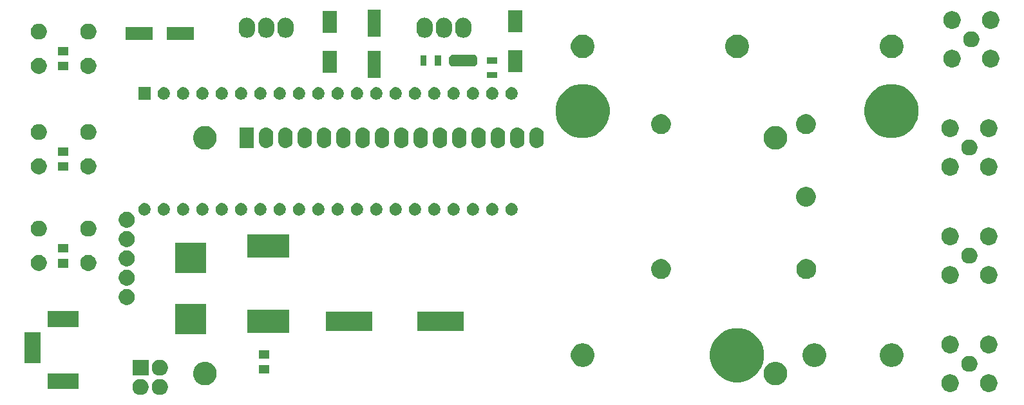
<source format=gbr>
G04 #@! TF.GenerationSoftware,KiCad,Pcbnew,(5.0.1)-4*
G04 #@! TF.CreationDate,2019-02-03T13:31:45+01:00*
G04 #@! TF.ProjectId,GPSDO-LCD-2,475053444F2D4C43442D322E6B696361,rev?*
G04 #@! TF.SameCoordinates,Original*
G04 #@! TF.FileFunction,Soldermask,Bot*
G04 #@! TF.FilePolarity,Negative*
%FSLAX46Y46*%
G04 Gerber Fmt 4.6, Leading zero omitted, Abs format (unit mm)*
G04 Created by KiCad (PCBNEW (5.0.1)-4) date 03/02/2019 13:31:45*
%MOMM*%
%LPD*%
G01*
G04 APERTURE LIST*
%ADD10C,0.100000*%
G04 APERTURE END LIST*
D10*
G36*
X97080565Y-130307389D02*
X97271834Y-130386615D01*
X97443976Y-130501637D01*
X97590363Y-130648024D01*
X97705385Y-130820166D01*
X97784611Y-131011435D01*
X97825000Y-131214484D01*
X97825000Y-131421516D01*
X97784611Y-131624565D01*
X97705385Y-131815834D01*
X97590363Y-131987976D01*
X97443976Y-132134363D01*
X97271834Y-132249385D01*
X97080565Y-132328611D01*
X96877516Y-132369000D01*
X96670484Y-132369000D01*
X96467435Y-132328611D01*
X96276166Y-132249385D01*
X96104024Y-132134363D01*
X95957637Y-131987976D01*
X95842615Y-131815834D01*
X95763389Y-131624565D01*
X95723000Y-131421516D01*
X95723000Y-131214484D01*
X95763389Y-131011435D01*
X95842615Y-130820166D01*
X95957637Y-130648024D01*
X96104024Y-130501637D01*
X96276166Y-130386615D01*
X96467435Y-130307389D01*
X96670484Y-130267000D01*
X96877516Y-130267000D01*
X97080565Y-130307389D01*
X97080565Y-130307389D01*
G37*
G36*
X94540565Y-130307389D02*
X94731834Y-130386615D01*
X94903976Y-130501637D01*
X95050363Y-130648024D01*
X95165385Y-130820166D01*
X95244611Y-131011435D01*
X95285000Y-131214484D01*
X95285000Y-131421516D01*
X95244611Y-131624565D01*
X95165385Y-131815834D01*
X95050363Y-131987976D01*
X94903976Y-132134363D01*
X94731834Y-132249385D01*
X94540565Y-132328611D01*
X94337516Y-132369000D01*
X94130484Y-132369000D01*
X93927435Y-132328611D01*
X93736166Y-132249385D01*
X93564024Y-132134363D01*
X93417637Y-131987976D01*
X93302615Y-131815834D01*
X93223389Y-131624565D01*
X93183000Y-131421516D01*
X93183000Y-131214484D01*
X93223389Y-131011435D01*
X93302615Y-130820166D01*
X93417637Y-130648024D01*
X93564024Y-130501637D01*
X93736166Y-130386615D01*
X93927435Y-130307389D01*
X94130484Y-130267000D01*
X94337516Y-130267000D01*
X94540565Y-130307389D01*
X94540565Y-130307389D01*
G37*
G36*
X206075734Y-129703232D02*
X206285202Y-129789996D01*
X206473723Y-129915962D01*
X206634038Y-130076277D01*
X206760004Y-130264798D01*
X206846768Y-130474266D01*
X206891000Y-130696635D01*
X206891000Y-130923365D01*
X206846768Y-131145734D01*
X206760004Y-131355202D01*
X206634038Y-131543723D01*
X206473723Y-131704038D01*
X206285202Y-131830004D01*
X206075734Y-131916768D01*
X205853365Y-131961000D01*
X205626635Y-131961000D01*
X205404266Y-131916768D01*
X205194798Y-131830004D01*
X205006277Y-131704038D01*
X204845962Y-131543723D01*
X204719996Y-131355202D01*
X204633232Y-131145734D01*
X204589000Y-130923365D01*
X204589000Y-130696635D01*
X204633232Y-130474266D01*
X204719996Y-130264798D01*
X204845962Y-130076277D01*
X205006277Y-129915962D01*
X205194798Y-129789996D01*
X205404266Y-129703232D01*
X205626635Y-129659000D01*
X205853365Y-129659000D01*
X206075734Y-129703232D01*
X206075734Y-129703232D01*
G37*
G36*
X200995734Y-129703232D02*
X201205202Y-129789996D01*
X201393723Y-129915962D01*
X201554038Y-130076277D01*
X201680004Y-130264798D01*
X201766768Y-130474266D01*
X201811000Y-130696635D01*
X201811000Y-130923365D01*
X201766768Y-131145734D01*
X201680004Y-131355202D01*
X201554038Y-131543723D01*
X201393723Y-131704038D01*
X201205202Y-131830004D01*
X200995734Y-131916768D01*
X200773365Y-131961000D01*
X200546635Y-131961000D01*
X200324266Y-131916768D01*
X200114798Y-131830004D01*
X199926277Y-131704038D01*
X199765962Y-131543723D01*
X199639996Y-131355202D01*
X199553232Y-131145734D01*
X199509000Y-130923365D01*
X199509000Y-130696635D01*
X199553232Y-130474266D01*
X199639996Y-130264798D01*
X199765962Y-130076277D01*
X199926277Y-129915962D01*
X200114798Y-129789996D01*
X200324266Y-129703232D01*
X200546635Y-129659000D01*
X200773365Y-129659000D01*
X200995734Y-129703232D01*
X200995734Y-129703232D01*
G37*
G36*
X86125000Y-131607000D02*
X82023000Y-131607000D01*
X82023000Y-129505000D01*
X86125000Y-129505000D01*
X86125000Y-131607000D01*
X86125000Y-131607000D01*
G37*
G36*
X178056007Y-128041436D02*
X178155890Y-128061304D01*
X178438154Y-128178221D01*
X178692185Y-128347959D01*
X178908221Y-128563995D01*
X179077959Y-128818026D01*
X179189107Y-129086363D01*
X179194876Y-129100291D01*
X179254480Y-129399938D01*
X179254480Y-129705462D01*
X179216774Y-129895019D01*
X179194876Y-130005110D01*
X179077959Y-130287374D01*
X178908221Y-130541405D01*
X178692185Y-130757441D01*
X178438154Y-130927179D01*
X178155890Y-131044096D01*
X178056007Y-131063964D01*
X177856242Y-131103700D01*
X177550718Y-131103700D01*
X177350953Y-131063964D01*
X177251070Y-131044096D01*
X176968806Y-130927179D01*
X176714775Y-130757441D01*
X176498739Y-130541405D01*
X176329001Y-130287374D01*
X176212084Y-130005110D01*
X176190186Y-129895019D01*
X176152480Y-129705462D01*
X176152480Y-129399938D01*
X176212084Y-129100291D01*
X176217853Y-129086363D01*
X176329001Y-128818026D01*
X176498739Y-128563995D01*
X176714775Y-128347959D01*
X176968806Y-128178221D01*
X177251070Y-128061304D01*
X177350953Y-128041436D01*
X177550718Y-128001700D01*
X177856242Y-128001700D01*
X178056007Y-128041436D01*
X178056007Y-128041436D01*
G37*
G36*
X103057427Y-128041436D02*
X103157310Y-128061304D01*
X103439574Y-128178221D01*
X103693605Y-128347959D01*
X103909641Y-128563995D01*
X104079379Y-128818026D01*
X104190527Y-129086363D01*
X104196296Y-129100291D01*
X104255900Y-129399938D01*
X104255900Y-129705462D01*
X104218194Y-129895019D01*
X104196296Y-130005110D01*
X104079379Y-130287374D01*
X103909641Y-130541405D01*
X103693605Y-130757441D01*
X103439574Y-130927179D01*
X103157310Y-131044096D01*
X103057427Y-131063964D01*
X102857662Y-131103700D01*
X102552138Y-131103700D01*
X102352373Y-131063964D01*
X102252490Y-131044096D01*
X101970226Y-130927179D01*
X101716195Y-130757441D01*
X101500159Y-130541405D01*
X101330421Y-130287374D01*
X101213504Y-130005110D01*
X101191606Y-129895019D01*
X101153900Y-129705462D01*
X101153900Y-129399938D01*
X101213504Y-129100291D01*
X101219273Y-129086363D01*
X101330421Y-128818026D01*
X101500159Y-128563995D01*
X101716195Y-128347959D01*
X101970226Y-128178221D01*
X102252490Y-128061304D01*
X102352373Y-128041436D01*
X102552138Y-128001700D01*
X102857662Y-128001700D01*
X103057427Y-128041436D01*
X103057427Y-128041436D01*
G37*
G36*
X173696130Y-123722241D02*
X173696132Y-123722242D01*
X173696133Y-123722242D01*
X174342373Y-123989923D01*
X174342374Y-123989924D01*
X174923978Y-124378539D01*
X175418584Y-124873145D01*
X175418586Y-124873148D01*
X175807200Y-125454750D01*
X176074881Y-126100990D01*
X176074882Y-126100993D01*
X176211344Y-126787035D01*
X176211344Y-127486523D01*
X176076092Y-128166484D01*
X176074881Y-128172568D01*
X175807200Y-128818808D01*
X175807199Y-128818809D01*
X175418584Y-129400413D01*
X174923978Y-129895019D01*
X174923975Y-129895021D01*
X174342373Y-130283635D01*
X173696133Y-130551316D01*
X173696132Y-130551316D01*
X173696130Y-130551317D01*
X173010088Y-130687779D01*
X172310600Y-130687779D01*
X171624558Y-130551317D01*
X171624556Y-130551316D01*
X171624555Y-130551316D01*
X170978315Y-130283635D01*
X170396713Y-129895021D01*
X170396710Y-129895019D01*
X169902104Y-129400413D01*
X169513489Y-128818809D01*
X169513488Y-128818808D01*
X169245807Y-128172568D01*
X169244597Y-128166484D01*
X169109344Y-127486523D01*
X169109344Y-126787035D01*
X169245806Y-126100993D01*
X169245807Y-126100990D01*
X169513488Y-125454750D01*
X169902102Y-124873148D01*
X169902104Y-124873145D01*
X170396710Y-124378539D01*
X170978314Y-123989924D01*
X170978315Y-123989923D01*
X171624555Y-123722242D01*
X171624556Y-123722242D01*
X171624558Y-123722241D01*
X172310600Y-123585779D01*
X173010088Y-123585779D01*
X173696130Y-123722241D01*
X173696130Y-123722241D01*
G37*
G36*
X97080565Y-127767389D02*
X97271834Y-127846615D01*
X97443976Y-127961637D01*
X97590363Y-128108024D01*
X97705385Y-128280166D01*
X97784611Y-128471435D01*
X97825000Y-128674484D01*
X97825000Y-128881516D01*
X97784611Y-129084565D01*
X97705385Y-129275834D01*
X97590363Y-129447976D01*
X97443976Y-129594363D01*
X97271834Y-129709385D01*
X97080565Y-129788611D01*
X96877516Y-129829000D01*
X96670484Y-129829000D01*
X96467435Y-129788611D01*
X96276166Y-129709385D01*
X96104024Y-129594363D01*
X95957637Y-129447976D01*
X95842615Y-129275834D01*
X95763389Y-129084565D01*
X95723000Y-128881516D01*
X95723000Y-128674484D01*
X95763389Y-128471435D01*
X95842615Y-128280166D01*
X95957637Y-128108024D01*
X96104024Y-127961637D01*
X96276166Y-127846615D01*
X96467435Y-127767389D01*
X96670484Y-127727000D01*
X96877516Y-127727000D01*
X97080565Y-127767389D01*
X97080565Y-127767389D01*
G37*
G36*
X95285000Y-129829000D02*
X93183000Y-129829000D01*
X93183000Y-127727000D01*
X95285000Y-127727000D01*
X95285000Y-129829000D01*
X95285000Y-129829000D01*
G37*
G36*
X111166000Y-129567000D02*
X109814000Y-129567000D01*
X109814000Y-128465000D01*
X111166000Y-128465000D01*
X111166000Y-129567000D01*
X111166000Y-129567000D01*
G37*
G36*
X203506565Y-127259389D02*
X203697834Y-127338615D01*
X203869976Y-127453637D01*
X204016363Y-127600024D01*
X204131385Y-127772166D01*
X204210611Y-127963435D01*
X204251000Y-128166484D01*
X204251000Y-128373516D01*
X204210611Y-128576565D01*
X204131385Y-128767834D01*
X204016363Y-128939976D01*
X203869976Y-129086363D01*
X203697834Y-129201385D01*
X203506565Y-129280611D01*
X203303516Y-129321000D01*
X203096484Y-129321000D01*
X202893435Y-129280611D01*
X202702166Y-129201385D01*
X202530024Y-129086363D01*
X202383637Y-128939976D01*
X202268615Y-128767834D01*
X202189389Y-128576565D01*
X202149000Y-128373516D01*
X202149000Y-128166484D01*
X202189389Y-127963435D01*
X202268615Y-127772166D01*
X202383637Y-127600024D01*
X202530024Y-127453637D01*
X202702166Y-127338615D01*
X202893435Y-127259389D01*
X203096484Y-127219000D01*
X203303516Y-127219000D01*
X203506565Y-127259389D01*
X203506565Y-127259389D01*
G37*
G36*
X183126852Y-125616635D02*
X183271378Y-125645383D01*
X183553642Y-125762300D01*
X183807673Y-125932038D01*
X184023709Y-126148074D01*
X184193447Y-126402105D01*
X184310364Y-126684369D01*
X184369968Y-126984019D01*
X184369968Y-127289539D01*
X184310364Y-127589189D01*
X184193447Y-127871453D01*
X184023709Y-128125484D01*
X183807673Y-128341520D01*
X183553642Y-128511258D01*
X183271378Y-128628175D01*
X183171495Y-128648043D01*
X182971730Y-128687779D01*
X182666206Y-128687779D01*
X182466441Y-128648043D01*
X182366558Y-128628175D01*
X182084294Y-128511258D01*
X181830263Y-128341520D01*
X181614227Y-128125484D01*
X181444489Y-127871453D01*
X181327572Y-127589189D01*
X181267968Y-127289539D01*
X181267968Y-126984019D01*
X181327572Y-126684369D01*
X181444489Y-126402105D01*
X181614227Y-126148074D01*
X181830263Y-125932038D01*
X182084294Y-125762300D01*
X182366558Y-125645383D01*
X182511084Y-125616635D01*
X182666206Y-125585779D01*
X182971730Y-125585779D01*
X183126852Y-125616635D01*
X183126852Y-125616635D01*
G37*
G36*
X152676852Y-125616635D02*
X152821378Y-125645383D01*
X153103642Y-125762300D01*
X153357673Y-125932038D01*
X153573709Y-126148074D01*
X153743447Y-126402105D01*
X153860364Y-126684369D01*
X153919968Y-126984019D01*
X153919968Y-127289539D01*
X153860364Y-127589189D01*
X153743447Y-127871453D01*
X153573709Y-128125484D01*
X153357673Y-128341520D01*
X153103642Y-128511258D01*
X152821378Y-128628175D01*
X152721495Y-128648043D01*
X152521730Y-128687779D01*
X152216206Y-128687779D01*
X152016441Y-128648043D01*
X151916558Y-128628175D01*
X151634294Y-128511258D01*
X151380263Y-128341520D01*
X151164227Y-128125484D01*
X150994489Y-127871453D01*
X150877572Y-127589189D01*
X150817968Y-127289539D01*
X150817968Y-126984019D01*
X150877572Y-126684369D01*
X150994489Y-126402105D01*
X151164227Y-126148074D01*
X151380263Y-125932038D01*
X151634294Y-125762300D01*
X151916558Y-125645383D01*
X152061084Y-125616635D01*
X152216206Y-125585779D01*
X152521730Y-125585779D01*
X152676852Y-125616635D01*
X152676852Y-125616635D01*
G37*
G36*
X193276852Y-125616635D02*
X193421378Y-125645383D01*
X193703642Y-125762300D01*
X193957673Y-125932038D01*
X194173709Y-126148074D01*
X194343447Y-126402105D01*
X194460364Y-126684369D01*
X194519968Y-126984019D01*
X194519968Y-127289539D01*
X194460364Y-127589189D01*
X194343447Y-127871453D01*
X194173709Y-128125484D01*
X193957673Y-128341520D01*
X193703642Y-128511258D01*
X193421378Y-128628175D01*
X193321495Y-128648043D01*
X193121730Y-128687779D01*
X192816206Y-128687779D01*
X192616441Y-128648043D01*
X192516558Y-128628175D01*
X192234294Y-128511258D01*
X191980263Y-128341520D01*
X191764227Y-128125484D01*
X191594489Y-127871453D01*
X191477572Y-127589189D01*
X191417968Y-127289539D01*
X191417968Y-126984019D01*
X191477572Y-126684369D01*
X191594489Y-126402105D01*
X191764227Y-126148074D01*
X191980263Y-125932038D01*
X192234294Y-125762300D01*
X192516558Y-125645383D01*
X192661084Y-125616635D01*
X192816206Y-125585779D01*
X193121730Y-125585779D01*
X193276852Y-125616635D01*
X193276852Y-125616635D01*
G37*
G36*
X81125000Y-128207000D02*
X79023000Y-128207000D01*
X79023000Y-124105000D01*
X81125000Y-124105000D01*
X81125000Y-128207000D01*
X81125000Y-128207000D01*
G37*
G36*
X111166000Y-127567000D02*
X109814000Y-127567000D01*
X109814000Y-126465000D01*
X111166000Y-126465000D01*
X111166000Y-127567000D01*
X111166000Y-127567000D01*
G37*
G36*
X200995734Y-124623232D02*
X201205202Y-124709996D01*
X201393723Y-124835962D01*
X201554038Y-124996277D01*
X201680004Y-125184798D01*
X201766768Y-125394266D01*
X201811000Y-125616635D01*
X201811000Y-125843365D01*
X201766768Y-126065734D01*
X201680004Y-126275202D01*
X201554038Y-126463723D01*
X201393723Y-126624038D01*
X201205202Y-126750004D01*
X200995734Y-126836768D01*
X200773365Y-126881000D01*
X200546635Y-126881000D01*
X200324266Y-126836768D01*
X200114798Y-126750004D01*
X199926277Y-126624038D01*
X199765962Y-126463723D01*
X199639996Y-126275202D01*
X199553232Y-126065734D01*
X199509000Y-125843365D01*
X199509000Y-125616635D01*
X199553232Y-125394266D01*
X199639996Y-125184798D01*
X199765962Y-124996277D01*
X199926277Y-124835962D01*
X200114798Y-124709996D01*
X200324266Y-124623232D01*
X200546635Y-124579000D01*
X200773365Y-124579000D01*
X200995734Y-124623232D01*
X200995734Y-124623232D01*
G37*
G36*
X206075734Y-124623232D02*
X206285202Y-124709996D01*
X206473723Y-124835962D01*
X206634038Y-124996277D01*
X206760004Y-125184798D01*
X206846768Y-125394266D01*
X206891000Y-125616635D01*
X206891000Y-125843365D01*
X206846768Y-126065734D01*
X206760004Y-126275202D01*
X206634038Y-126463723D01*
X206473723Y-126624038D01*
X206285202Y-126750004D01*
X206075734Y-126836768D01*
X205853365Y-126881000D01*
X205626635Y-126881000D01*
X205404266Y-126836768D01*
X205194798Y-126750004D01*
X205006277Y-126624038D01*
X204845962Y-126463723D01*
X204719996Y-126275202D01*
X204633232Y-126065734D01*
X204589000Y-125843365D01*
X204589000Y-125616635D01*
X204633232Y-125394266D01*
X204719996Y-125184798D01*
X204845962Y-124996277D01*
X205006277Y-124835962D01*
X205194798Y-124709996D01*
X205404266Y-124623232D01*
X205626635Y-124579000D01*
X205853365Y-124579000D01*
X206075734Y-124623232D01*
X206075734Y-124623232D01*
G37*
G36*
X102839000Y-124365000D02*
X98837000Y-124365000D01*
X98837000Y-120363000D01*
X102839000Y-120363000D01*
X102839000Y-124365000D01*
X102839000Y-124365000D01*
G37*
G36*
X113749000Y-124183000D02*
X108247000Y-124183000D01*
X108247000Y-121181000D01*
X113749000Y-121181000D01*
X113749000Y-124183000D01*
X113749000Y-124183000D01*
G37*
G36*
X124695000Y-123983000D02*
X118593000Y-123983000D01*
X118593000Y-121381000D01*
X124695000Y-121381000D01*
X124695000Y-123983000D01*
X124695000Y-123983000D01*
G37*
G36*
X136695000Y-123983000D02*
X130593000Y-123983000D01*
X130593000Y-121381000D01*
X136695000Y-121381000D01*
X136695000Y-123983000D01*
X136695000Y-123983000D01*
G37*
G36*
X86125000Y-123407000D02*
X82023000Y-123407000D01*
X82023000Y-121305000D01*
X86125000Y-121305000D01*
X86125000Y-123407000D01*
X86125000Y-123407000D01*
G37*
G36*
X92726565Y-118481389D02*
X92917834Y-118560615D01*
X93089976Y-118675637D01*
X93236363Y-118822024D01*
X93351385Y-118994166D01*
X93430611Y-119185435D01*
X93471000Y-119388484D01*
X93471000Y-119595516D01*
X93430611Y-119798565D01*
X93351385Y-119989834D01*
X93236363Y-120161976D01*
X93089976Y-120308363D01*
X92917834Y-120423385D01*
X92726565Y-120502611D01*
X92523516Y-120543000D01*
X92316484Y-120543000D01*
X92113435Y-120502611D01*
X91922166Y-120423385D01*
X91750024Y-120308363D01*
X91603637Y-120161976D01*
X91488615Y-119989834D01*
X91409389Y-119798565D01*
X91369000Y-119595516D01*
X91369000Y-119388484D01*
X91409389Y-119185435D01*
X91488615Y-118994166D01*
X91603637Y-118822024D01*
X91750024Y-118675637D01*
X91922166Y-118560615D01*
X92113435Y-118481389D01*
X92316484Y-118441000D01*
X92523516Y-118441000D01*
X92726565Y-118481389D01*
X92726565Y-118481389D01*
G37*
G36*
X92726565Y-115941389D02*
X92917834Y-116020615D01*
X93089976Y-116135637D01*
X93236363Y-116282024D01*
X93351385Y-116454166D01*
X93430611Y-116645435D01*
X93471000Y-116848484D01*
X93471000Y-117055516D01*
X93430611Y-117258565D01*
X93351385Y-117449834D01*
X93236363Y-117621976D01*
X93089976Y-117768363D01*
X92917834Y-117883385D01*
X92726565Y-117962611D01*
X92523516Y-118003000D01*
X92316484Y-118003000D01*
X92113435Y-117962611D01*
X91922166Y-117883385D01*
X91750024Y-117768363D01*
X91603637Y-117621976D01*
X91488615Y-117449834D01*
X91409389Y-117258565D01*
X91369000Y-117055516D01*
X91369000Y-116848484D01*
X91409389Y-116645435D01*
X91488615Y-116454166D01*
X91603637Y-116282024D01*
X91750024Y-116135637D01*
X91922166Y-116020615D01*
X92113435Y-115941389D01*
X92316484Y-115901000D01*
X92523516Y-115901000D01*
X92726565Y-115941389D01*
X92726565Y-115941389D01*
G37*
G36*
X206075734Y-115479232D02*
X206285202Y-115565996D01*
X206473723Y-115691962D01*
X206634038Y-115852277D01*
X206760004Y-116040798D01*
X206846768Y-116250266D01*
X206891000Y-116472635D01*
X206891000Y-116699365D01*
X206846768Y-116921734D01*
X206760004Y-117131202D01*
X206634038Y-117319723D01*
X206473723Y-117480038D01*
X206285202Y-117606004D01*
X206075734Y-117692768D01*
X205853365Y-117737000D01*
X205626635Y-117737000D01*
X205404266Y-117692768D01*
X205194798Y-117606004D01*
X205006277Y-117480038D01*
X204845962Y-117319723D01*
X204719996Y-117131202D01*
X204633232Y-116921734D01*
X204589000Y-116699365D01*
X204589000Y-116472635D01*
X204633232Y-116250266D01*
X204719996Y-116040798D01*
X204845962Y-115852277D01*
X205006277Y-115691962D01*
X205194798Y-115565996D01*
X205404266Y-115479232D01*
X205626635Y-115435000D01*
X205853365Y-115435000D01*
X206075734Y-115479232D01*
X206075734Y-115479232D01*
G37*
G36*
X200995734Y-115479232D02*
X201205202Y-115565996D01*
X201393723Y-115691962D01*
X201554038Y-115852277D01*
X201680004Y-116040798D01*
X201766768Y-116250266D01*
X201811000Y-116472635D01*
X201811000Y-116699365D01*
X201766768Y-116921734D01*
X201680004Y-117131202D01*
X201554038Y-117319723D01*
X201393723Y-117480038D01*
X201205202Y-117606004D01*
X200995734Y-117692768D01*
X200773365Y-117737000D01*
X200546635Y-117737000D01*
X200324266Y-117692768D01*
X200114798Y-117606004D01*
X199926277Y-117480038D01*
X199765962Y-117319723D01*
X199639996Y-117131202D01*
X199553232Y-116921734D01*
X199509000Y-116699365D01*
X199509000Y-116472635D01*
X199553232Y-116250266D01*
X199639996Y-116040798D01*
X199765962Y-115852277D01*
X199926277Y-115691962D01*
X200114798Y-115565996D01*
X200324266Y-115479232D01*
X200546635Y-115435000D01*
X200773365Y-115435000D01*
X200995734Y-115479232D01*
X200995734Y-115479232D01*
G37*
G36*
X182143827Y-114558914D02*
X182143829Y-114558915D01*
X182143830Y-114558915D01*
X182380597Y-114656987D01*
X182593684Y-114799367D01*
X182774893Y-114980576D01*
X182917273Y-115193663D01*
X183015346Y-115430433D01*
X183065342Y-115681779D01*
X183065342Y-115938057D01*
X183015346Y-116189403D01*
X182917273Y-116426173D01*
X182774893Y-116639260D01*
X182593684Y-116820469D01*
X182593681Y-116820471D01*
X182380597Y-116962849D01*
X182143830Y-117060921D01*
X182143829Y-117060921D01*
X182143827Y-117060922D01*
X181892481Y-117110918D01*
X181636203Y-117110918D01*
X181384857Y-117060922D01*
X181384855Y-117060921D01*
X181384854Y-117060921D01*
X181148087Y-116962849D01*
X180935003Y-116820471D01*
X180935000Y-116820469D01*
X180753791Y-116639260D01*
X180611411Y-116426173D01*
X180513338Y-116189403D01*
X180463342Y-115938057D01*
X180463342Y-115681779D01*
X180513338Y-115430433D01*
X180611411Y-115193663D01*
X180753791Y-114980576D01*
X180935000Y-114799367D01*
X181148087Y-114656987D01*
X181384854Y-114558915D01*
X181384855Y-114558915D01*
X181384857Y-114558914D01*
X181636203Y-114508918D01*
X181892481Y-114508918D01*
X182143827Y-114558914D01*
X182143827Y-114558914D01*
G37*
G36*
X163043827Y-114558914D02*
X163043829Y-114558915D01*
X163043830Y-114558915D01*
X163280597Y-114656987D01*
X163493684Y-114799367D01*
X163674893Y-114980576D01*
X163817273Y-115193663D01*
X163915346Y-115430433D01*
X163965342Y-115681779D01*
X163965342Y-115938057D01*
X163915346Y-116189403D01*
X163817273Y-116426173D01*
X163674893Y-116639260D01*
X163493684Y-116820469D01*
X163493681Y-116820471D01*
X163280597Y-116962849D01*
X163043830Y-117060921D01*
X163043829Y-117060921D01*
X163043827Y-117060922D01*
X162792481Y-117110918D01*
X162536203Y-117110918D01*
X162284857Y-117060922D01*
X162284855Y-117060921D01*
X162284854Y-117060921D01*
X162048087Y-116962849D01*
X161835003Y-116820471D01*
X161835000Y-116820469D01*
X161653791Y-116639260D01*
X161511411Y-116426173D01*
X161413338Y-116189403D01*
X161363342Y-115938057D01*
X161363342Y-115681779D01*
X161413338Y-115430433D01*
X161511411Y-115193663D01*
X161653791Y-114980576D01*
X161835000Y-114799367D01*
X162048087Y-114656987D01*
X162284854Y-114558915D01*
X162284855Y-114558915D01*
X162284857Y-114558914D01*
X162536203Y-114508918D01*
X162792481Y-114508918D01*
X163043827Y-114558914D01*
X163043827Y-114558914D01*
G37*
G36*
X102839000Y-116365000D02*
X98837000Y-116365000D01*
X98837000Y-112363000D01*
X102839000Y-112363000D01*
X102839000Y-116365000D01*
X102839000Y-116365000D01*
G37*
G36*
X87682565Y-113979389D02*
X87873834Y-114058615D01*
X88045976Y-114173637D01*
X88192363Y-114320024D01*
X88307385Y-114492166D01*
X88386611Y-114683435D01*
X88427000Y-114886484D01*
X88427000Y-115093516D01*
X88386611Y-115296565D01*
X88307385Y-115487834D01*
X88192363Y-115659976D01*
X88045976Y-115806363D01*
X87873834Y-115921385D01*
X87682565Y-116000611D01*
X87479516Y-116041000D01*
X87272484Y-116041000D01*
X87069435Y-116000611D01*
X86878166Y-115921385D01*
X86706024Y-115806363D01*
X86559637Y-115659976D01*
X86444615Y-115487834D01*
X86365389Y-115296565D01*
X86325000Y-115093516D01*
X86325000Y-114886484D01*
X86365389Y-114683435D01*
X86444615Y-114492166D01*
X86559637Y-114320024D01*
X86706024Y-114173637D01*
X86878166Y-114058615D01*
X87069435Y-113979389D01*
X87272484Y-113939000D01*
X87479516Y-113939000D01*
X87682565Y-113979389D01*
X87682565Y-113979389D01*
G37*
G36*
X81182565Y-113979389D02*
X81373834Y-114058615D01*
X81545976Y-114173637D01*
X81692363Y-114320024D01*
X81807385Y-114492166D01*
X81886611Y-114683435D01*
X81927000Y-114886484D01*
X81927000Y-115093516D01*
X81886611Y-115296565D01*
X81807385Y-115487834D01*
X81692363Y-115659976D01*
X81545976Y-115806363D01*
X81373834Y-115921385D01*
X81182565Y-116000611D01*
X80979516Y-116041000D01*
X80772484Y-116041000D01*
X80569435Y-116000611D01*
X80378166Y-115921385D01*
X80206024Y-115806363D01*
X80059637Y-115659976D01*
X79944615Y-115487834D01*
X79865389Y-115296565D01*
X79825000Y-115093516D01*
X79825000Y-114886484D01*
X79865389Y-114683435D01*
X79944615Y-114492166D01*
X80059637Y-114320024D01*
X80206024Y-114173637D01*
X80378166Y-114058615D01*
X80569435Y-113979389D01*
X80772484Y-113939000D01*
X80979516Y-113939000D01*
X81182565Y-113979389D01*
X81182565Y-113979389D01*
G37*
G36*
X84750000Y-115613000D02*
X83398000Y-115613000D01*
X83398000Y-114511000D01*
X84750000Y-114511000D01*
X84750000Y-115613000D01*
X84750000Y-115613000D01*
G37*
G36*
X92726565Y-113401389D02*
X92917834Y-113480615D01*
X93089976Y-113595637D01*
X93236363Y-113742024D01*
X93351385Y-113914166D01*
X93430611Y-114105435D01*
X93471000Y-114308484D01*
X93471000Y-114515516D01*
X93430611Y-114718565D01*
X93351385Y-114909834D01*
X93236363Y-115081976D01*
X93089976Y-115228363D01*
X92917834Y-115343385D01*
X92726565Y-115422611D01*
X92523516Y-115463000D01*
X92316484Y-115463000D01*
X92113435Y-115422611D01*
X91922166Y-115343385D01*
X91750024Y-115228363D01*
X91603637Y-115081976D01*
X91488615Y-114909834D01*
X91409389Y-114718565D01*
X91369000Y-114515516D01*
X91369000Y-114308484D01*
X91409389Y-114105435D01*
X91488615Y-113914166D01*
X91603637Y-113742024D01*
X91750024Y-113595637D01*
X91922166Y-113480615D01*
X92113435Y-113401389D01*
X92316484Y-113361000D01*
X92523516Y-113361000D01*
X92726565Y-113401389D01*
X92726565Y-113401389D01*
G37*
G36*
X203506565Y-113035389D02*
X203697834Y-113114615D01*
X203869976Y-113229637D01*
X204016363Y-113376024D01*
X204131385Y-113548166D01*
X204210611Y-113739435D01*
X204251000Y-113942484D01*
X204251000Y-114149516D01*
X204210611Y-114352565D01*
X204131385Y-114543834D01*
X204016363Y-114715976D01*
X203869976Y-114862363D01*
X203697834Y-114977385D01*
X203506565Y-115056611D01*
X203303516Y-115097000D01*
X203096484Y-115097000D01*
X202893435Y-115056611D01*
X202702166Y-114977385D01*
X202530024Y-114862363D01*
X202383637Y-114715976D01*
X202268615Y-114543834D01*
X202189389Y-114352565D01*
X202149000Y-114149516D01*
X202149000Y-113942484D01*
X202189389Y-113739435D01*
X202268615Y-113548166D01*
X202383637Y-113376024D01*
X202530024Y-113229637D01*
X202702166Y-113114615D01*
X202893435Y-113035389D01*
X203096484Y-112995000D01*
X203303516Y-112995000D01*
X203506565Y-113035389D01*
X203506565Y-113035389D01*
G37*
G36*
X113749000Y-114283000D02*
X108247000Y-114283000D01*
X108247000Y-111281000D01*
X113749000Y-111281000D01*
X113749000Y-114283000D01*
X113749000Y-114283000D01*
G37*
G36*
X84750000Y-113613000D02*
X83398000Y-113613000D01*
X83398000Y-112511000D01*
X84750000Y-112511000D01*
X84750000Y-113613000D01*
X84750000Y-113613000D01*
G37*
G36*
X92726565Y-110861389D02*
X92917834Y-110940615D01*
X93089976Y-111055637D01*
X93236363Y-111202024D01*
X93351385Y-111374166D01*
X93430611Y-111565435D01*
X93471000Y-111768484D01*
X93471000Y-111975516D01*
X93430611Y-112178565D01*
X93351385Y-112369834D01*
X93236363Y-112541976D01*
X93089976Y-112688363D01*
X92917834Y-112803385D01*
X92726565Y-112882611D01*
X92523516Y-112923000D01*
X92316484Y-112923000D01*
X92113435Y-112882611D01*
X91922166Y-112803385D01*
X91750024Y-112688363D01*
X91603637Y-112541976D01*
X91488615Y-112369834D01*
X91409389Y-112178565D01*
X91369000Y-111975516D01*
X91369000Y-111768484D01*
X91409389Y-111565435D01*
X91488615Y-111374166D01*
X91603637Y-111202024D01*
X91750024Y-111055637D01*
X91922166Y-110940615D01*
X92113435Y-110861389D01*
X92316484Y-110821000D01*
X92523516Y-110821000D01*
X92726565Y-110861389D01*
X92726565Y-110861389D01*
G37*
G36*
X200995734Y-110399232D02*
X201205202Y-110485996D01*
X201393723Y-110611962D01*
X201554038Y-110772277D01*
X201680004Y-110960798D01*
X201766768Y-111170266D01*
X201811000Y-111392635D01*
X201811000Y-111619365D01*
X201766768Y-111841734D01*
X201680004Y-112051202D01*
X201554038Y-112239723D01*
X201393723Y-112400038D01*
X201205202Y-112526004D01*
X200995734Y-112612768D01*
X200773365Y-112657000D01*
X200546635Y-112657000D01*
X200324266Y-112612768D01*
X200114798Y-112526004D01*
X199926277Y-112400038D01*
X199765962Y-112239723D01*
X199639996Y-112051202D01*
X199553232Y-111841734D01*
X199509000Y-111619365D01*
X199509000Y-111392635D01*
X199553232Y-111170266D01*
X199639996Y-110960798D01*
X199765962Y-110772277D01*
X199926277Y-110611962D01*
X200114798Y-110485996D01*
X200324266Y-110399232D01*
X200546635Y-110355000D01*
X200773365Y-110355000D01*
X200995734Y-110399232D01*
X200995734Y-110399232D01*
G37*
G36*
X206075734Y-110399232D02*
X206285202Y-110485996D01*
X206473723Y-110611962D01*
X206634038Y-110772277D01*
X206760004Y-110960798D01*
X206846768Y-111170266D01*
X206891000Y-111392635D01*
X206891000Y-111619365D01*
X206846768Y-111841734D01*
X206760004Y-112051202D01*
X206634038Y-112239723D01*
X206473723Y-112400038D01*
X206285202Y-112526004D01*
X206075734Y-112612768D01*
X205853365Y-112657000D01*
X205626635Y-112657000D01*
X205404266Y-112612768D01*
X205194798Y-112526004D01*
X205006277Y-112400038D01*
X204845962Y-112239723D01*
X204719996Y-112051202D01*
X204633232Y-111841734D01*
X204589000Y-111619365D01*
X204589000Y-111392635D01*
X204633232Y-111170266D01*
X204719996Y-110960798D01*
X204845962Y-110772277D01*
X205006277Y-110611962D01*
X205194798Y-110485996D01*
X205404266Y-110399232D01*
X205626635Y-110355000D01*
X205853365Y-110355000D01*
X206075734Y-110399232D01*
X206075734Y-110399232D01*
G37*
G36*
X87682565Y-109479389D02*
X87873834Y-109558615D01*
X88045976Y-109673637D01*
X88192363Y-109820024D01*
X88307385Y-109992166D01*
X88386611Y-110183435D01*
X88427000Y-110386484D01*
X88427000Y-110593516D01*
X88386611Y-110796565D01*
X88307385Y-110987834D01*
X88192363Y-111159976D01*
X88045976Y-111306363D01*
X87873834Y-111421385D01*
X87682565Y-111500611D01*
X87479516Y-111541000D01*
X87272484Y-111541000D01*
X87069435Y-111500611D01*
X86878166Y-111421385D01*
X86706024Y-111306363D01*
X86559637Y-111159976D01*
X86444615Y-110987834D01*
X86365389Y-110796565D01*
X86325000Y-110593516D01*
X86325000Y-110386484D01*
X86365389Y-110183435D01*
X86444615Y-109992166D01*
X86559637Y-109820024D01*
X86706024Y-109673637D01*
X86878166Y-109558615D01*
X87069435Y-109479389D01*
X87272484Y-109439000D01*
X87479516Y-109439000D01*
X87682565Y-109479389D01*
X87682565Y-109479389D01*
G37*
G36*
X81182565Y-109479389D02*
X81373834Y-109558615D01*
X81545976Y-109673637D01*
X81692363Y-109820024D01*
X81807385Y-109992166D01*
X81886611Y-110183435D01*
X81927000Y-110386484D01*
X81927000Y-110593516D01*
X81886611Y-110796565D01*
X81807385Y-110987834D01*
X81692363Y-111159976D01*
X81545976Y-111306363D01*
X81373834Y-111421385D01*
X81182565Y-111500611D01*
X80979516Y-111541000D01*
X80772484Y-111541000D01*
X80569435Y-111500611D01*
X80378166Y-111421385D01*
X80206024Y-111306363D01*
X80059637Y-111159976D01*
X79944615Y-110987834D01*
X79865389Y-110796565D01*
X79825000Y-110593516D01*
X79825000Y-110386484D01*
X79865389Y-110183435D01*
X79944615Y-109992166D01*
X80059637Y-109820024D01*
X80206024Y-109673637D01*
X80378166Y-109558615D01*
X80569435Y-109479389D01*
X80772484Y-109439000D01*
X80979516Y-109439000D01*
X81182565Y-109479389D01*
X81182565Y-109479389D01*
G37*
G36*
X92726565Y-108321389D02*
X92917834Y-108400615D01*
X93089976Y-108515637D01*
X93236363Y-108662024D01*
X93351385Y-108834166D01*
X93430611Y-109025435D01*
X93471000Y-109228484D01*
X93471000Y-109435516D01*
X93430611Y-109638565D01*
X93351385Y-109829834D01*
X93236363Y-110001976D01*
X93089976Y-110148363D01*
X92917834Y-110263385D01*
X92726565Y-110342611D01*
X92523516Y-110383000D01*
X92316484Y-110383000D01*
X92113435Y-110342611D01*
X91922166Y-110263385D01*
X91750024Y-110148363D01*
X91603637Y-110001976D01*
X91488615Y-109829834D01*
X91409389Y-109638565D01*
X91369000Y-109435516D01*
X91369000Y-109228484D01*
X91409389Y-109025435D01*
X91488615Y-108834166D01*
X91603637Y-108662024D01*
X91750024Y-108515637D01*
X91922166Y-108400615D01*
X92113435Y-108321389D01*
X92316484Y-108281000D01*
X92523516Y-108281000D01*
X92726565Y-108321389D01*
X92726565Y-108321389D01*
G37*
G36*
X125459142Y-107168242D02*
X125607102Y-107229530D01*
X125740258Y-107318502D01*
X125853498Y-107431742D01*
X125942470Y-107564898D01*
X126003758Y-107712858D01*
X126035000Y-107869925D01*
X126035000Y-108030075D01*
X126003758Y-108187142D01*
X125942470Y-108335102D01*
X125853498Y-108468258D01*
X125740258Y-108581498D01*
X125607102Y-108670470D01*
X125459142Y-108731758D01*
X125302075Y-108763000D01*
X125141925Y-108763000D01*
X124984858Y-108731758D01*
X124836898Y-108670470D01*
X124703742Y-108581498D01*
X124590502Y-108468258D01*
X124501530Y-108335102D01*
X124440242Y-108187142D01*
X124409000Y-108030075D01*
X124409000Y-107869925D01*
X124440242Y-107712858D01*
X124501530Y-107564898D01*
X124590502Y-107431742D01*
X124703742Y-107318502D01*
X124836898Y-107229530D01*
X124984858Y-107168242D01*
X125141925Y-107137000D01*
X125302075Y-107137000D01*
X125459142Y-107168242D01*
X125459142Y-107168242D01*
G37*
G36*
X127999142Y-107168242D02*
X128147102Y-107229530D01*
X128280258Y-107318502D01*
X128393498Y-107431742D01*
X128482470Y-107564898D01*
X128543758Y-107712858D01*
X128575000Y-107869925D01*
X128575000Y-108030075D01*
X128543758Y-108187142D01*
X128482470Y-108335102D01*
X128393498Y-108468258D01*
X128280258Y-108581498D01*
X128147102Y-108670470D01*
X127999142Y-108731758D01*
X127842075Y-108763000D01*
X127681925Y-108763000D01*
X127524858Y-108731758D01*
X127376898Y-108670470D01*
X127243742Y-108581498D01*
X127130502Y-108468258D01*
X127041530Y-108335102D01*
X126980242Y-108187142D01*
X126949000Y-108030075D01*
X126949000Y-107869925D01*
X126980242Y-107712858D01*
X127041530Y-107564898D01*
X127130502Y-107431742D01*
X127243742Y-107318502D01*
X127376898Y-107229530D01*
X127524858Y-107168242D01*
X127681925Y-107137000D01*
X127842075Y-107137000D01*
X127999142Y-107168242D01*
X127999142Y-107168242D01*
G37*
G36*
X122919142Y-107168242D02*
X123067102Y-107229530D01*
X123200258Y-107318502D01*
X123313498Y-107431742D01*
X123402470Y-107564898D01*
X123463758Y-107712858D01*
X123495000Y-107869925D01*
X123495000Y-108030075D01*
X123463758Y-108187142D01*
X123402470Y-108335102D01*
X123313498Y-108468258D01*
X123200258Y-108581498D01*
X123067102Y-108670470D01*
X122919142Y-108731758D01*
X122762075Y-108763000D01*
X122601925Y-108763000D01*
X122444858Y-108731758D01*
X122296898Y-108670470D01*
X122163742Y-108581498D01*
X122050502Y-108468258D01*
X121961530Y-108335102D01*
X121900242Y-108187142D01*
X121869000Y-108030075D01*
X121869000Y-107869925D01*
X121900242Y-107712858D01*
X121961530Y-107564898D01*
X122050502Y-107431742D01*
X122163742Y-107318502D01*
X122296898Y-107229530D01*
X122444858Y-107168242D01*
X122601925Y-107137000D01*
X122762075Y-107137000D01*
X122919142Y-107168242D01*
X122919142Y-107168242D01*
G37*
G36*
X120379142Y-107168242D02*
X120527102Y-107229530D01*
X120660258Y-107318502D01*
X120773498Y-107431742D01*
X120862470Y-107564898D01*
X120923758Y-107712858D01*
X120955000Y-107869925D01*
X120955000Y-108030075D01*
X120923758Y-108187142D01*
X120862470Y-108335102D01*
X120773498Y-108468258D01*
X120660258Y-108581498D01*
X120527102Y-108670470D01*
X120379142Y-108731758D01*
X120222075Y-108763000D01*
X120061925Y-108763000D01*
X119904858Y-108731758D01*
X119756898Y-108670470D01*
X119623742Y-108581498D01*
X119510502Y-108468258D01*
X119421530Y-108335102D01*
X119360242Y-108187142D01*
X119329000Y-108030075D01*
X119329000Y-107869925D01*
X119360242Y-107712858D01*
X119421530Y-107564898D01*
X119510502Y-107431742D01*
X119623742Y-107318502D01*
X119756898Y-107229530D01*
X119904858Y-107168242D01*
X120061925Y-107137000D01*
X120222075Y-107137000D01*
X120379142Y-107168242D01*
X120379142Y-107168242D01*
G37*
G36*
X117839142Y-107168242D02*
X117987102Y-107229530D01*
X118120258Y-107318502D01*
X118233498Y-107431742D01*
X118322470Y-107564898D01*
X118383758Y-107712858D01*
X118415000Y-107869925D01*
X118415000Y-108030075D01*
X118383758Y-108187142D01*
X118322470Y-108335102D01*
X118233498Y-108468258D01*
X118120258Y-108581498D01*
X117987102Y-108670470D01*
X117839142Y-108731758D01*
X117682075Y-108763000D01*
X117521925Y-108763000D01*
X117364858Y-108731758D01*
X117216898Y-108670470D01*
X117083742Y-108581498D01*
X116970502Y-108468258D01*
X116881530Y-108335102D01*
X116820242Y-108187142D01*
X116789000Y-108030075D01*
X116789000Y-107869925D01*
X116820242Y-107712858D01*
X116881530Y-107564898D01*
X116970502Y-107431742D01*
X117083742Y-107318502D01*
X117216898Y-107229530D01*
X117364858Y-107168242D01*
X117521925Y-107137000D01*
X117682075Y-107137000D01*
X117839142Y-107168242D01*
X117839142Y-107168242D01*
G37*
G36*
X115299142Y-107168242D02*
X115447102Y-107229530D01*
X115580258Y-107318502D01*
X115693498Y-107431742D01*
X115782470Y-107564898D01*
X115843758Y-107712858D01*
X115875000Y-107869925D01*
X115875000Y-108030075D01*
X115843758Y-108187142D01*
X115782470Y-108335102D01*
X115693498Y-108468258D01*
X115580258Y-108581498D01*
X115447102Y-108670470D01*
X115299142Y-108731758D01*
X115142075Y-108763000D01*
X114981925Y-108763000D01*
X114824858Y-108731758D01*
X114676898Y-108670470D01*
X114543742Y-108581498D01*
X114430502Y-108468258D01*
X114341530Y-108335102D01*
X114280242Y-108187142D01*
X114249000Y-108030075D01*
X114249000Y-107869925D01*
X114280242Y-107712858D01*
X114341530Y-107564898D01*
X114430502Y-107431742D01*
X114543742Y-107318502D01*
X114676898Y-107229530D01*
X114824858Y-107168242D01*
X114981925Y-107137000D01*
X115142075Y-107137000D01*
X115299142Y-107168242D01*
X115299142Y-107168242D01*
G37*
G36*
X112759142Y-107168242D02*
X112907102Y-107229530D01*
X113040258Y-107318502D01*
X113153498Y-107431742D01*
X113242470Y-107564898D01*
X113303758Y-107712858D01*
X113335000Y-107869925D01*
X113335000Y-108030075D01*
X113303758Y-108187142D01*
X113242470Y-108335102D01*
X113153498Y-108468258D01*
X113040258Y-108581498D01*
X112907102Y-108670470D01*
X112759142Y-108731758D01*
X112602075Y-108763000D01*
X112441925Y-108763000D01*
X112284858Y-108731758D01*
X112136898Y-108670470D01*
X112003742Y-108581498D01*
X111890502Y-108468258D01*
X111801530Y-108335102D01*
X111740242Y-108187142D01*
X111709000Y-108030075D01*
X111709000Y-107869925D01*
X111740242Y-107712858D01*
X111801530Y-107564898D01*
X111890502Y-107431742D01*
X112003742Y-107318502D01*
X112136898Y-107229530D01*
X112284858Y-107168242D01*
X112441925Y-107137000D01*
X112602075Y-107137000D01*
X112759142Y-107168242D01*
X112759142Y-107168242D01*
G37*
G36*
X110219142Y-107168242D02*
X110367102Y-107229530D01*
X110500258Y-107318502D01*
X110613498Y-107431742D01*
X110702470Y-107564898D01*
X110763758Y-107712858D01*
X110795000Y-107869925D01*
X110795000Y-108030075D01*
X110763758Y-108187142D01*
X110702470Y-108335102D01*
X110613498Y-108468258D01*
X110500258Y-108581498D01*
X110367102Y-108670470D01*
X110219142Y-108731758D01*
X110062075Y-108763000D01*
X109901925Y-108763000D01*
X109744858Y-108731758D01*
X109596898Y-108670470D01*
X109463742Y-108581498D01*
X109350502Y-108468258D01*
X109261530Y-108335102D01*
X109200242Y-108187142D01*
X109169000Y-108030075D01*
X109169000Y-107869925D01*
X109200242Y-107712858D01*
X109261530Y-107564898D01*
X109350502Y-107431742D01*
X109463742Y-107318502D01*
X109596898Y-107229530D01*
X109744858Y-107168242D01*
X109901925Y-107137000D01*
X110062075Y-107137000D01*
X110219142Y-107168242D01*
X110219142Y-107168242D01*
G37*
G36*
X107679142Y-107168242D02*
X107827102Y-107229530D01*
X107960258Y-107318502D01*
X108073498Y-107431742D01*
X108162470Y-107564898D01*
X108223758Y-107712858D01*
X108255000Y-107869925D01*
X108255000Y-108030075D01*
X108223758Y-108187142D01*
X108162470Y-108335102D01*
X108073498Y-108468258D01*
X107960258Y-108581498D01*
X107827102Y-108670470D01*
X107679142Y-108731758D01*
X107522075Y-108763000D01*
X107361925Y-108763000D01*
X107204858Y-108731758D01*
X107056898Y-108670470D01*
X106923742Y-108581498D01*
X106810502Y-108468258D01*
X106721530Y-108335102D01*
X106660242Y-108187142D01*
X106629000Y-108030075D01*
X106629000Y-107869925D01*
X106660242Y-107712858D01*
X106721530Y-107564898D01*
X106810502Y-107431742D01*
X106923742Y-107318502D01*
X107056898Y-107229530D01*
X107204858Y-107168242D01*
X107361925Y-107137000D01*
X107522075Y-107137000D01*
X107679142Y-107168242D01*
X107679142Y-107168242D01*
G37*
G36*
X133079142Y-107168242D02*
X133227102Y-107229530D01*
X133360258Y-107318502D01*
X133473498Y-107431742D01*
X133562470Y-107564898D01*
X133623758Y-107712858D01*
X133655000Y-107869925D01*
X133655000Y-108030075D01*
X133623758Y-108187142D01*
X133562470Y-108335102D01*
X133473498Y-108468258D01*
X133360258Y-108581498D01*
X133227102Y-108670470D01*
X133079142Y-108731758D01*
X132922075Y-108763000D01*
X132761925Y-108763000D01*
X132604858Y-108731758D01*
X132456898Y-108670470D01*
X132323742Y-108581498D01*
X132210502Y-108468258D01*
X132121530Y-108335102D01*
X132060242Y-108187142D01*
X132029000Y-108030075D01*
X132029000Y-107869925D01*
X132060242Y-107712858D01*
X132121530Y-107564898D01*
X132210502Y-107431742D01*
X132323742Y-107318502D01*
X132456898Y-107229530D01*
X132604858Y-107168242D01*
X132761925Y-107137000D01*
X132922075Y-107137000D01*
X133079142Y-107168242D01*
X133079142Y-107168242D01*
G37*
G36*
X138159142Y-107168242D02*
X138307102Y-107229530D01*
X138440258Y-107318502D01*
X138553498Y-107431742D01*
X138642470Y-107564898D01*
X138703758Y-107712858D01*
X138735000Y-107869925D01*
X138735000Y-108030075D01*
X138703758Y-108187142D01*
X138642470Y-108335102D01*
X138553498Y-108468258D01*
X138440258Y-108581498D01*
X138307102Y-108670470D01*
X138159142Y-108731758D01*
X138002075Y-108763000D01*
X137841925Y-108763000D01*
X137684858Y-108731758D01*
X137536898Y-108670470D01*
X137403742Y-108581498D01*
X137290502Y-108468258D01*
X137201530Y-108335102D01*
X137140242Y-108187142D01*
X137109000Y-108030075D01*
X137109000Y-107869925D01*
X137140242Y-107712858D01*
X137201530Y-107564898D01*
X137290502Y-107431742D01*
X137403742Y-107318502D01*
X137536898Y-107229530D01*
X137684858Y-107168242D01*
X137841925Y-107137000D01*
X138002075Y-107137000D01*
X138159142Y-107168242D01*
X138159142Y-107168242D01*
G37*
G36*
X140699142Y-107168242D02*
X140847102Y-107229530D01*
X140980258Y-107318502D01*
X141093498Y-107431742D01*
X141182470Y-107564898D01*
X141243758Y-107712858D01*
X141275000Y-107869925D01*
X141275000Y-108030075D01*
X141243758Y-108187142D01*
X141182470Y-108335102D01*
X141093498Y-108468258D01*
X140980258Y-108581498D01*
X140847102Y-108670470D01*
X140699142Y-108731758D01*
X140542075Y-108763000D01*
X140381925Y-108763000D01*
X140224858Y-108731758D01*
X140076898Y-108670470D01*
X139943742Y-108581498D01*
X139830502Y-108468258D01*
X139741530Y-108335102D01*
X139680242Y-108187142D01*
X139649000Y-108030075D01*
X139649000Y-107869925D01*
X139680242Y-107712858D01*
X139741530Y-107564898D01*
X139830502Y-107431742D01*
X139943742Y-107318502D01*
X140076898Y-107229530D01*
X140224858Y-107168242D01*
X140381925Y-107137000D01*
X140542075Y-107137000D01*
X140699142Y-107168242D01*
X140699142Y-107168242D01*
G37*
G36*
X143239142Y-107168242D02*
X143387102Y-107229530D01*
X143520258Y-107318502D01*
X143633498Y-107431742D01*
X143722470Y-107564898D01*
X143783758Y-107712858D01*
X143815000Y-107869925D01*
X143815000Y-108030075D01*
X143783758Y-108187142D01*
X143722470Y-108335102D01*
X143633498Y-108468258D01*
X143520258Y-108581498D01*
X143387102Y-108670470D01*
X143239142Y-108731758D01*
X143082075Y-108763000D01*
X142921925Y-108763000D01*
X142764858Y-108731758D01*
X142616898Y-108670470D01*
X142483742Y-108581498D01*
X142370502Y-108468258D01*
X142281530Y-108335102D01*
X142220242Y-108187142D01*
X142189000Y-108030075D01*
X142189000Y-107869925D01*
X142220242Y-107712858D01*
X142281530Y-107564898D01*
X142370502Y-107431742D01*
X142483742Y-107318502D01*
X142616898Y-107229530D01*
X142764858Y-107168242D01*
X142921925Y-107137000D01*
X143082075Y-107137000D01*
X143239142Y-107168242D01*
X143239142Y-107168242D01*
G37*
G36*
X94979142Y-107168242D02*
X95127102Y-107229530D01*
X95260258Y-107318502D01*
X95373498Y-107431742D01*
X95462470Y-107564898D01*
X95523758Y-107712858D01*
X95555000Y-107869925D01*
X95555000Y-108030075D01*
X95523758Y-108187142D01*
X95462470Y-108335102D01*
X95373498Y-108468258D01*
X95260258Y-108581498D01*
X95127102Y-108670470D01*
X94979142Y-108731758D01*
X94822075Y-108763000D01*
X94661925Y-108763000D01*
X94504858Y-108731758D01*
X94356898Y-108670470D01*
X94223742Y-108581498D01*
X94110502Y-108468258D01*
X94021530Y-108335102D01*
X93960242Y-108187142D01*
X93929000Y-108030075D01*
X93929000Y-107869925D01*
X93960242Y-107712858D01*
X94021530Y-107564898D01*
X94110502Y-107431742D01*
X94223742Y-107318502D01*
X94356898Y-107229530D01*
X94504858Y-107168242D01*
X94661925Y-107137000D01*
X94822075Y-107137000D01*
X94979142Y-107168242D01*
X94979142Y-107168242D01*
G37*
G36*
X97519142Y-107168242D02*
X97667102Y-107229530D01*
X97800258Y-107318502D01*
X97913498Y-107431742D01*
X98002470Y-107564898D01*
X98063758Y-107712858D01*
X98095000Y-107869925D01*
X98095000Y-108030075D01*
X98063758Y-108187142D01*
X98002470Y-108335102D01*
X97913498Y-108468258D01*
X97800258Y-108581498D01*
X97667102Y-108670470D01*
X97519142Y-108731758D01*
X97362075Y-108763000D01*
X97201925Y-108763000D01*
X97044858Y-108731758D01*
X96896898Y-108670470D01*
X96763742Y-108581498D01*
X96650502Y-108468258D01*
X96561530Y-108335102D01*
X96500242Y-108187142D01*
X96469000Y-108030075D01*
X96469000Y-107869925D01*
X96500242Y-107712858D01*
X96561530Y-107564898D01*
X96650502Y-107431742D01*
X96763742Y-107318502D01*
X96896898Y-107229530D01*
X97044858Y-107168242D01*
X97201925Y-107137000D01*
X97362075Y-107137000D01*
X97519142Y-107168242D01*
X97519142Y-107168242D01*
G37*
G36*
X100059142Y-107168242D02*
X100207102Y-107229530D01*
X100340258Y-107318502D01*
X100453498Y-107431742D01*
X100542470Y-107564898D01*
X100603758Y-107712858D01*
X100635000Y-107869925D01*
X100635000Y-108030075D01*
X100603758Y-108187142D01*
X100542470Y-108335102D01*
X100453498Y-108468258D01*
X100340258Y-108581498D01*
X100207102Y-108670470D01*
X100059142Y-108731758D01*
X99902075Y-108763000D01*
X99741925Y-108763000D01*
X99584858Y-108731758D01*
X99436898Y-108670470D01*
X99303742Y-108581498D01*
X99190502Y-108468258D01*
X99101530Y-108335102D01*
X99040242Y-108187142D01*
X99009000Y-108030075D01*
X99009000Y-107869925D01*
X99040242Y-107712858D01*
X99101530Y-107564898D01*
X99190502Y-107431742D01*
X99303742Y-107318502D01*
X99436898Y-107229530D01*
X99584858Y-107168242D01*
X99741925Y-107137000D01*
X99902075Y-107137000D01*
X100059142Y-107168242D01*
X100059142Y-107168242D01*
G37*
G36*
X102599142Y-107168242D02*
X102747102Y-107229530D01*
X102880258Y-107318502D01*
X102993498Y-107431742D01*
X103082470Y-107564898D01*
X103143758Y-107712858D01*
X103175000Y-107869925D01*
X103175000Y-108030075D01*
X103143758Y-108187142D01*
X103082470Y-108335102D01*
X102993498Y-108468258D01*
X102880258Y-108581498D01*
X102747102Y-108670470D01*
X102599142Y-108731758D01*
X102442075Y-108763000D01*
X102281925Y-108763000D01*
X102124858Y-108731758D01*
X101976898Y-108670470D01*
X101843742Y-108581498D01*
X101730502Y-108468258D01*
X101641530Y-108335102D01*
X101580242Y-108187142D01*
X101549000Y-108030075D01*
X101549000Y-107869925D01*
X101580242Y-107712858D01*
X101641530Y-107564898D01*
X101730502Y-107431742D01*
X101843742Y-107318502D01*
X101976898Y-107229530D01*
X102124858Y-107168242D01*
X102281925Y-107137000D01*
X102442075Y-107137000D01*
X102599142Y-107168242D01*
X102599142Y-107168242D01*
G37*
G36*
X130539142Y-107168242D02*
X130687102Y-107229530D01*
X130820258Y-107318502D01*
X130933498Y-107431742D01*
X131022470Y-107564898D01*
X131083758Y-107712858D01*
X131115000Y-107869925D01*
X131115000Y-108030075D01*
X131083758Y-108187142D01*
X131022470Y-108335102D01*
X130933498Y-108468258D01*
X130820258Y-108581498D01*
X130687102Y-108670470D01*
X130539142Y-108731758D01*
X130382075Y-108763000D01*
X130221925Y-108763000D01*
X130064858Y-108731758D01*
X129916898Y-108670470D01*
X129783742Y-108581498D01*
X129670502Y-108468258D01*
X129581530Y-108335102D01*
X129520242Y-108187142D01*
X129489000Y-108030075D01*
X129489000Y-107869925D01*
X129520242Y-107712858D01*
X129581530Y-107564898D01*
X129670502Y-107431742D01*
X129783742Y-107318502D01*
X129916898Y-107229530D01*
X130064858Y-107168242D01*
X130221925Y-107137000D01*
X130382075Y-107137000D01*
X130539142Y-107168242D01*
X130539142Y-107168242D01*
G37*
G36*
X105139142Y-107168242D02*
X105287102Y-107229530D01*
X105420258Y-107318502D01*
X105533498Y-107431742D01*
X105622470Y-107564898D01*
X105683758Y-107712858D01*
X105715000Y-107869925D01*
X105715000Y-108030075D01*
X105683758Y-108187142D01*
X105622470Y-108335102D01*
X105533498Y-108468258D01*
X105420258Y-108581498D01*
X105287102Y-108670470D01*
X105139142Y-108731758D01*
X104982075Y-108763000D01*
X104821925Y-108763000D01*
X104664858Y-108731758D01*
X104516898Y-108670470D01*
X104383742Y-108581498D01*
X104270502Y-108468258D01*
X104181530Y-108335102D01*
X104120242Y-108187142D01*
X104089000Y-108030075D01*
X104089000Y-107869925D01*
X104120242Y-107712858D01*
X104181530Y-107564898D01*
X104270502Y-107431742D01*
X104383742Y-107318502D01*
X104516898Y-107229530D01*
X104664858Y-107168242D01*
X104821925Y-107137000D01*
X104982075Y-107137000D01*
X105139142Y-107168242D01*
X105139142Y-107168242D01*
G37*
G36*
X135619142Y-107168242D02*
X135767102Y-107229530D01*
X135900258Y-107318502D01*
X136013498Y-107431742D01*
X136102470Y-107564898D01*
X136163758Y-107712858D01*
X136195000Y-107869925D01*
X136195000Y-108030075D01*
X136163758Y-108187142D01*
X136102470Y-108335102D01*
X136013498Y-108468258D01*
X135900258Y-108581498D01*
X135767102Y-108670470D01*
X135619142Y-108731758D01*
X135462075Y-108763000D01*
X135301925Y-108763000D01*
X135144858Y-108731758D01*
X134996898Y-108670470D01*
X134863742Y-108581498D01*
X134750502Y-108468258D01*
X134661530Y-108335102D01*
X134600242Y-108187142D01*
X134569000Y-108030075D01*
X134569000Y-107869925D01*
X134600242Y-107712858D01*
X134661530Y-107564898D01*
X134750502Y-107431742D01*
X134863742Y-107318502D01*
X134996898Y-107229530D01*
X135144858Y-107168242D01*
X135301925Y-107137000D01*
X135462075Y-107137000D01*
X135619142Y-107168242D01*
X135619142Y-107168242D01*
G37*
G36*
X182093827Y-105033914D02*
X182093829Y-105033915D01*
X182093830Y-105033915D01*
X182330597Y-105131987D01*
X182543684Y-105274367D01*
X182724893Y-105455576D01*
X182867273Y-105668663D01*
X182965346Y-105905433D01*
X183015342Y-106156779D01*
X183015342Y-106413057D01*
X182965346Y-106664403D01*
X182867273Y-106901173D01*
X182724893Y-107114260D01*
X182543684Y-107295469D01*
X182543681Y-107295471D01*
X182330597Y-107437849D01*
X182093830Y-107535921D01*
X182093829Y-107535921D01*
X182093827Y-107535922D01*
X181842481Y-107585918D01*
X181586203Y-107585918D01*
X181334857Y-107535922D01*
X181334855Y-107535921D01*
X181334854Y-107535921D01*
X181098087Y-107437849D01*
X180885003Y-107295471D01*
X180885000Y-107295469D01*
X180703791Y-107114260D01*
X180561411Y-106901173D01*
X180463338Y-106664403D01*
X180413342Y-106413057D01*
X180413342Y-106156779D01*
X180463338Y-105905433D01*
X180561411Y-105668663D01*
X180703791Y-105455576D01*
X180885000Y-105274367D01*
X181098087Y-105131987D01*
X181334854Y-105033915D01*
X181334855Y-105033915D01*
X181334857Y-105033914D01*
X181586203Y-104983918D01*
X181842481Y-104983918D01*
X182093827Y-105033914D01*
X182093827Y-105033914D01*
G37*
G36*
X206075734Y-101255232D02*
X206285202Y-101341996D01*
X206473723Y-101467962D01*
X206634038Y-101628277D01*
X206760004Y-101816798D01*
X206846768Y-102026266D01*
X206891000Y-102248635D01*
X206891000Y-102475365D01*
X206846768Y-102697734D01*
X206760004Y-102907202D01*
X206634038Y-103095723D01*
X206473723Y-103256038D01*
X206285202Y-103382004D01*
X206075734Y-103468768D01*
X205853365Y-103513000D01*
X205626635Y-103513000D01*
X205404266Y-103468768D01*
X205194798Y-103382004D01*
X205006277Y-103256038D01*
X204845962Y-103095723D01*
X204719996Y-102907202D01*
X204633232Y-102697734D01*
X204589000Y-102475365D01*
X204589000Y-102248635D01*
X204633232Y-102026266D01*
X204719996Y-101816798D01*
X204845962Y-101628277D01*
X205006277Y-101467962D01*
X205194798Y-101341996D01*
X205404266Y-101255232D01*
X205626635Y-101211000D01*
X205853365Y-101211000D01*
X206075734Y-101255232D01*
X206075734Y-101255232D01*
G37*
G36*
X200995734Y-101255232D02*
X201205202Y-101341996D01*
X201393723Y-101467962D01*
X201554038Y-101628277D01*
X201680004Y-101816798D01*
X201766768Y-102026266D01*
X201811000Y-102248635D01*
X201811000Y-102475365D01*
X201766768Y-102697734D01*
X201680004Y-102907202D01*
X201554038Y-103095723D01*
X201393723Y-103256038D01*
X201205202Y-103382004D01*
X200995734Y-103468768D01*
X200773365Y-103513000D01*
X200546635Y-103513000D01*
X200324266Y-103468768D01*
X200114798Y-103382004D01*
X199926277Y-103256038D01*
X199765962Y-103095723D01*
X199639996Y-102907202D01*
X199553232Y-102697734D01*
X199509000Y-102475365D01*
X199509000Y-102248635D01*
X199553232Y-102026266D01*
X199639996Y-101816798D01*
X199765962Y-101628277D01*
X199926277Y-101467962D01*
X200114798Y-101341996D01*
X200324266Y-101255232D01*
X200546635Y-101211000D01*
X200773365Y-101211000D01*
X200995734Y-101255232D01*
X200995734Y-101255232D01*
G37*
G36*
X87682565Y-101279389D02*
X87873834Y-101358615D01*
X88045976Y-101473637D01*
X88192363Y-101620024D01*
X88307385Y-101792166D01*
X88386611Y-101983435D01*
X88427000Y-102186484D01*
X88427000Y-102393516D01*
X88386611Y-102596565D01*
X88307385Y-102787834D01*
X88192363Y-102959976D01*
X88045976Y-103106363D01*
X87873834Y-103221385D01*
X87682565Y-103300611D01*
X87479516Y-103341000D01*
X87272484Y-103341000D01*
X87069435Y-103300611D01*
X86878166Y-103221385D01*
X86706024Y-103106363D01*
X86559637Y-102959976D01*
X86444615Y-102787834D01*
X86365389Y-102596565D01*
X86325000Y-102393516D01*
X86325000Y-102186484D01*
X86365389Y-101983435D01*
X86444615Y-101792166D01*
X86559637Y-101620024D01*
X86706024Y-101473637D01*
X86878166Y-101358615D01*
X87069435Y-101279389D01*
X87272484Y-101239000D01*
X87479516Y-101239000D01*
X87682565Y-101279389D01*
X87682565Y-101279389D01*
G37*
G36*
X81182565Y-101279389D02*
X81373834Y-101358615D01*
X81545976Y-101473637D01*
X81692363Y-101620024D01*
X81807385Y-101792166D01*
X81886611Y-101983435D01*
X81927000Y-102186484D01*
X81927000Y-102393516D01*
X81886611Y-102596565D01*
X81807385Y-102787834D01*
X81692363Y-102959976D01*
X81545976Y-103106363D01*
X81373834Y-103221385D01*
X81182565Y-103300611D01*
X80979516Y-103341000D01*
X80772484Y-103341000D01*
X80569435Y-103300611D01*
X80378166Y-103221385D01*
X80206024Y-103106363D01*
X80059637Y-102959976D01*
X79944615Y-102787834D01*
X79865389Y-102596565D01*
X79825000Y-102393516D01*
X79825000Y-102186484D01*
X79865389Y-101983435D01*
X79944615Y-101792166D01*
X80059637Y-101620024D01*
X80206024Y-101473637D01*
X80378166Y-101358615D01*
X80569435Y-101279389D01*
X80772484Y-101239000D01*
X80979516Y-101239000D01*
X81182565Y-101279389D01*
X81182565Y-101279389D01*
G37*
G36*
X84750000Y-102897000D02*
X83398000Y-102897000D01*
X83398000Y-101795000D01*
X84750000Y-101795000D01*
X84750000Y-102897000D01*
X84750000Y-102897000D01*
G37*
G36*
X84750000Y-100897000D02*
X83398000Y-100897000D01*
X83398000Y-99795000D01*
X84750000Y-99795000D01*
X84750000Y-100897000D01*
X84750000Y-100897000D01*
G37*
G36*
X203506565Y-98811389D02*
X203697834Y-98890615D01*
X203869976Y-99005637D01*
X204016363Y-99152024D01*
X204131385Y-99324166D01*
X204210611Y-99515435D01*
X204251000Y-99718484D01*
X204251000Y-99925516D01*
X204210611Y-100128565D01*
X204131385Y-100319834D01*
X204016363Y-100491976D01*
X203869976Y-100638363D01*
X203697834Y-100753385D01*
X203506565Y-100832611D01*
X203303516Y-100873000D01*
X203096484Y-100873000D01*
X202893435Y-100832611D01*
X202702166Y-100753385D01*
X202530024Y-100638363D01*
X202383637Y-100491976D01*
X202268615Y-100319834D01*
X202189389Y-100128565D01*
X202149000Y-99925516D01*
X202149000Y-99718484D01*
X202189389Y-99515435D01*
X202268615Y-99324166D01*
X202383637Y-99152024D01*
X202530024Y-99005637D01*
X202702166Y-98890615D01*
X202893435Y-98811389D01*
X203096484Y-98771000D01*
X203303516Y-98771000D01*
X203506565Y-98811389D01*
X203506565Y-98811389D01*
G37*
G36*
X103057427Y-97040736D02*
X103157310Y-97060604D01*
X103439574Y-97177521D01*
X103693605Y-97347259D01*
X103909641Y-97563295D01*
X104079379Y-97817326D01*
X104195043Y-98096565D01*
X104196296Y-98099591D01*
X104255900Y-98399238D01*
X104255900Y-98704762D01*
X104252593Y-98721385D01*
X104196296Y-99004410D01*
X104079379Y-99286674D01*
X103909641Y-99540705D01*
X103693605Y-99756741D01*
X103439574Y-99926479D01*
X103157310Y-100043396D01*
X103057427Y-100063264D01*
X102857662Y-100103000D01*
X102552138Y-100103000D01*
X102352373Y-100063264D01*
X102252490Y-100043396D01*
X101970226Y-99926479D01*
X101716195Y-99756741D01*
X101500159Y-99540705D01*
X101330421Y-99286674D01*
X101213504Y-99004410D01*
X101157207Y-98721385D01*
X101153900Y-98704762D01*
X101153900Y-98399238D01*
X101213504Y-98099591D01*
X101214757Y-98096565D01*
X101330421Y-97817326D01*
X101500159Y-97563295D01*
X101716195Y-97347259D01*
X101970226Y-97177521D01*
X102252490Y-97060604D01*
X102352373Y-97040736D01*
X102552138Y-97001000D01*
X102857662Y-97001000D01*
X103057427Y-97040736D01*
X103057427Y-97040736D01*
G37*
G36*
X178056527Y-97040736D02*
X178156410Y-97060604D01*
X178438674Y-97177521D01*
X178692705Y-97347259D01*
X178908741Y-97563295D01*
X179078479Y-97817326D01*
X179194143Y-98096565D01*
X179195396Y-98099591D01*
X179255000Y-98399238D01*
X179255000Y-98704762D01*
X179251693Y-98721385D01*
X179195396Y-99004410D01*
X179078479Y-99286674D01*
X178908741Y-99540705D01*
X178692705Y-99756741D01*
X178438674Y-99926479D01*
X178156410Y-100043396D01*
X178056527Y-100063264D01*
X177856762Y-100103000D01*
X177551238Y-100103000D01*
X177351473Y-100063264D01*
X177251590Y-100043396D01*
X176969326Y-99926479D01*
X176715295Y-99756741D01*
X176499259Y-99540705D01*
X176329521Y-99286674D01*
X176212604Y-99004410D01*
X176156307Y-98721385D01*
X176153000Y-98704762D01*
X176153000Y-98399238D01*
X176212604Y-98099591D01*
X176213857Y-98096565D01*
X176329521Y-97817326D01*
X176499259Y-97563295D01*
X176715295Y-97347259D01*
X176969326Y-97177521D01*
X177251590Y-97060604D01*
X177351473Y-97040736D01*
X177551238Y-97001000D01*
X177856762Y-97001000D01*
X178056527Y-97040736D01*
X178056527Y-97040736D01*
G37*
G36*
X131250424Y-97214760D02*
X131250427Y-97214761D01*
X131250428Y-97214761D01*
X131429692Y-97269140D01*
X131429694Y-97269141D01*
X131429697Y-97269142D01*
X131594904Y-97357446D01*
X131739712Y-97476288D01*
X131858552Y-97621095D01*
X131946858Y-97786303D01*
X131946860Y-97786307D01*
X131979381Y-97893514D01*
X132001240Y-97965575D01*
X132015000Y-98105282D01*
X132015000Y-98998717D01*
X132001240Y-99138426D01*
X131946860Y-99317694D01*
X131858552Y-99482905D01*
X131739712Y-99627712D01*
X131594905Y-99746552D01*
X131429695Y-99834859D01*
X131429693Y-99834860D01*
X131250429Y-99889239D01*
X131250428Y-99889239D01*
X131250425Y-99889240D01*
X131064000Y-99907601D01*
X130877576Y-99889240D01*
X130877573Y-99889239D01*
X130877572Y-99889239D01*
X130698308Y-99834860D01*
X130698306Y-99834859D01*
X130533096Y-99746552D01*
X130388289Y-99627712D01*
X130269449Y-99482905D01*
X130181140Y-99317691D01*
X130126760Y-99138430D01*
X130113000Y-98998718D01*
X130113000Y-98105283D01*
X130126760Y-97965576D01*
X130126761Y-97965572D01*
X130181140Y-97786308D01*
X130181141Y-97786306D01*
X130181142Y-97786303D01*
X130269446Y-97621096D01*
X130388288Y-97476288D01*
X130533095Y-97357448D01*
X130698305Y-97269141D01*
X130698307Y-97269140D01*
X130877571Y-97214761D01*
X130877572Y-97214761D01*
X130877575Y-97214760D01*
X131064000Y-97196399D01*
X131250424Y-97214760D01*
X131250424Y-97214760D01*
G37*
G36*
X121090424Y-97214760D02*
X121090427Y-97214761D01*
X121090428Y-97214761D01*
X121269692Y-97269140D01*
X121269694Y-97269141D01*
X121269697Y-97269142D01*
X121434904Y-97357446D01*
X121579712Y-97476288D01*
X121698552Y-97621095D01*
X121786858Y-97786303D01*
X121786860Y-97786307D01*
X121819381Y-97893514D01*
X121841240Y-97965575D01*
X121855000Y-98105282D01*
X121855000Y-98998717D01*
X121841240Y-99138426D01*
X121786860Y-99317694D01*
X121698552Y-99482905D01*
X121579712Y-99627712D01*
X121434905Y-99746552D01*
X121269695Y-99834859D01*
X121269693Y-99834860D01*
X121090429Y-99889239D01*
X121090428Y-99889239D01*
X121090425Y-99889240D01*
X120904000Y-99907601D01*
X120717576Y-99889240D01*
X120717573Y-99889239D01*
X120717572Y-99889239D01*
X120538308Y-99834860D01*
X120538306Y-99834859D01*
X120373096Y-99746552D01*
X120228289Y-99627712D01*
X120109449Y-99482905D01*
X120021140Y-99317691D01*
X119966760Y-99138430D01*
X119953000Y-98998718D01*
X119953000Y-98105283D01*
X119966760Y-97965576D01*
X119966761Y-97965572D01*
X120021140Y-97786308D01*
X120021141Y-97786306D01*
X120021142Y-97786303D01*
X120109446Y-97621096D01*
X120228288Y-97476288D01*
X120373095Y-97357448D01*
X120538305Y-97269141D01*
X120538307Y-97269140D01*
X120717571Y-97214761D01*
X120717572Y-97214761D01*
X120717575Y-97214760D01*
X120904000Y-97196399D01*
X121090424Y-97214760D01*
X121090424Y-97214760D01*
G37*
G36*
X123630424Y-97214760D02*
X123630427Y-97214761D01*
X123630428Y-97214761D01*
X123809692Y-97269140D01*
X123809694Y-97269141D01*
X123809697Y-97269142D01*
X123974904Y-97357446D01*
X124119712Y-97476288D01*
X124238552Y-97621095D01*
X124326858Y-97786303D01*
X124326860Y-97786307D01*
X124359381Y-97893514D01*
X124381240Y-97965575D01*
X124395000Y-98105282D01*
X124395000Y-98998717D01*
X124381240Y-99138426D01*
X124326860Y-99317694D01*
X124238552Y-99482905D01*
X124119712Y-99627712D01*
X123974905Y-99746552D01*
X123809695Y-99834859D01*
X123809693Y-99834860D01*
X123630429Y-99889239D01*
X123630428Y-99889239D01*
X123630425Y-99889240D01*
X123444000Y-99907601D01*
X123257576Y-99889240D01*
X123257573Y-99889239D01*
X123257572Y-99889239D01*
X123078308Y-99834860D01*
X123078306Y-99834859D01*
X122913096Y-99746552D01*
X122768289Y-99627712D01*
X122649449Y-99482905D01*
X122561140Y-99317691D01*
X122506760Y-99138430D01*
X122493000Y-98998718D01*
X122493000Y-98105283D01*
X122506760Y-97965576D01*
X122506761Y-97965572D01*
X122561140Y-97786308D01*
X122561141Y-97786306D01*
X122561142Y-97786303D01*
X122649446Y-97621096D01*
X122768288Y-97476288D01*
X122913095Y-97357448D01*
X123078305Y-97269141D01*
X123078307Y-97269140D01*
X123257571Y-97214761D01*
X123257572Y-97214761D01*
X123257575Y-97214760D01*
X123444000Y-97196399D01*
X123630424Y-97214760D01*
X123630424Y-97214760D01*
G37*
G36*
X126170424Y-97214760D02*
X126170427Y-97214761D01*
X126170428Y-97214761D01*
X126349692Y-97269140D01*
X126349694Y-97269141D01*
X126349697Y-97269142D01*
X126514904Y-97357446D01*
X126659712Y-97476288D01*
X126778552Y-97621095D01*
X126866858Y-97786303D01*
X126866860Y-97786307D01*
X126899381Y-97893514D01*
X126921240Y-97965575D01*
X126935000Y-98105282D01*
X126935000Y-98998717D01*
X126921240Y-99138426D01*
X126866860Y-99317694D01*
X126778552Y-99482905D01*
X126659712Y-99627712D01*
X126514905Y-99746552D01*
X126349695Y-99834859D01*
X126349693Y-99834860D01*
X126170429Y-99889239D01*
X126170428Y-99889239D01*
X126170425Y-99889240D01*
X125984000Y-99907601D01*
X125797576Y-99889240D01*
X125797573Y-99889239D01*
X125797572Y-99889239D01*
X125618308Y-99834860D01*
X125618306Y-99834859D01*
X125453096Y-99746552D01*
X125308289Y-99627712D01*
X125189449Y-99482905D01*
X125101140Y-99317691D01*
X125046760Y-99138430D01*
X125033000Y-98998718D01*
X125033000Y-98105283D01*
X125046760Y-97965576D01*
X125046761Y-97965572D01*
X125101140Y-97786308D01*
X125101141Y-97786306D01*
X125101142Y-97786303D01*
X125189446Y-97621096D01*
X125308288Y-97476288D01*
X125453095Y-97357448D01*
X125618305Y-97269141D01*
X125618307Y-97269140D01*
X125797571Y-97214761D01*
X125797572Y-97214761D01*
X125797575Y-97214760D01*
X125984000Y-97196399D01*
X126170424Y-97214760D01*
X126170424Y-97214760D01*
G37*
G36*
X141410424Y-97214760D02*
X141410427Y-97214761D01*
X141410428Y-97214761D01*
X141589692Y-97269140D01*
X141589694Y-97269141D01*
X141589697Y-97269142D01*
X141754904Y-97357446D01*
X141899712Y-97476288D01*
X142018552Y-97621095D01*
X142106858Y-97786303D01*
X142106860Y-97786307D01*
X142139381Y-97893514D01*
X142161240Y-97965575D01*
X142175000Y-98105282D01*
X142175000Y-98998717D01*
X142161240Y-99138426D01*
X142106860Y-99317694D01*
X142018552Y-99482905D01*
X141899712Y-99627712D01*
X141754905Y-99746552D01*
X141589695Y-99834859D01*
X141589693Y-99834860D01*
X141410429Y-99889239D01*
X141410428Y-99889239D01*
X141410425Y-99889240D01*
X141224000Y-99907601D01*
X141037576Y-99889240D01*
X141037573Y-99889239D01*
X141037572Y-99889239D01*
X140858308Y-99834860D01*
X140858306Y-99834859D01*
X140693096Y-99746552D01*
X140548289Y-99627712D01*
X140429449Y-99482905D01*
X140341140Y-99317691D01*
X140286760Y-99138430D01*
X140273000Y-98998718D01*
X140273000Y-98105283D01*
X140286760Y-97965576D01*
X140286761Y-97965572D01*
X140341140Y-97786308D01*
X140341141Y-97786306D01*
X140341142Y-97786303D01*
X140429446Y-97621096D01*
X140548288Y-97476288D01*
X140693095Y-97357448D01*
X140858305Y-97269141D01*
X140858307Y-97269140D01*
X141037571Y-97214761D01*
X141037572Y-97214761D01*
X141037575Y-97214760D01*
X141224000Y-97196399D01*
X141410424Y-97214760D01*
X141410424Y-97214760D01*
G37*
G36*
X128710424Y-97214760D02*
X128710427Y-97214761D01*
X128710428Y-97214761D01*
X128889692Y-97269140D01*
X128889694Y-97269141D01*
X128889697Y-97269142D01*
X129054904Y-97357446D01*
X129199712Y-97476288D01*
X129318552Y-97621095D01*
X129406858Y-97786303D01*
X129406860Y-97786307D01*
X129439381Y-97893514D01*
X129461240Y-97965575D01*
X129475000Y-98105282D01*
X129475000Y-98998717D01*
X129461240Y-99138426D01*
X129406860Y-99317694D01*
X129318552Y-99482905D01*
X129199712Y-99627712D01*
X129054905Y-99746552D01*
X128889695Y-99834859D01*
X128889693Y-99834860D01*
X128710429Y-99889239D01*
X128710428Y-99889239D01*
X128710425Y-99889240D01*
X128524000Y-99907601D01*
X128337576Y-99889240D01*
X128337573Y-99889239D01*
X128337572Y-99889239D01*
X128158308Y-99834860D01*
X128158306Y-99834859D01*
X127993096Y-99746552D01*
X127848289Y-99627712D01*
X127729449Y-99482905D01*
X127641140Y-99317691D01*
X127586760Y-99138430D01*
X127573000Y-98998718D01*
X127573000Y-98105283D01*
X127586760Y-97965576D01*
X127586761Y-97965572D01*
X127641140Y-97786308D01*
X127641141Y-97786306D01*
X127641142Y-97786303D01*
X127729446Y-97621096D01*
X127848288Y-97476288D01*
X127993095Y-97357448D01*
X128158305Y-97269141D01*
X128158307Y-97269140D01*
X128337571Y-97214761D01*
X128337572Y-97214761D01*
X128337575Y-97214760D01*
X128524000Y-97196399D01*
X128710424Y-97214760D01*
X128710424Y-97214760D01*
G37*
G36*
X146490424Y-97214760D02*
X146490427Y-97214761D01*
X146490428Y-97214761D01*
X146669692Y-97269140D01*
X146669694Y-97269141D01*
X146669697Y-97269142D01*
X146834904Y-97357446D01*
X146979712Y-97476288D01*
X147098552Y-97621095D01*
X147186858Y-97786303D01*
X147186860Y-97786307D01*
X147219381Y-97893514D01*
X147241240Y-97965575D01*
X147255000Y-98105282D01*
X147255000Y-98998717D01*
X147241240Y-99138426D01*
X147186860Y-99317694D01*
X147098552Y-99482905D01*
X146979712Y-99627712D01*
X146834905Y-99746552D01*
X146669695Y-99834859D01*
X146669693Y-99834860D01*
X146490429Y-99889239D01*
X146490428Y-99889239D01*
X146490425Y-99889240D01*
X146304000Y-99907601D01*
X146117576Y-99889240D01*
X146117573Y-99889239D01*
X146117572Y-99889239D01*
X145938308Y-99834860D01*
X145938306Y-99834859D01*
X145773096Y-99746552D01*
X145628289Y-99627712D01*
X145509449Y-99482905D01*
X145421140Y-99317691D01*
X145366760Y-99138430D01*
X145353000Y-98998718D01*
X145353000Y-98105283D01*
X145366760Y-97965576D01*
X145366761Y-97965572D01*
X145421140Y-97786308D01*
X145421141Y-97786306D01*
X145421142Y-97786303D01*
X145509446Y-97621096D01*
X145628288Y-97476288D01*
X145773095Y-97357448D01*
X145938305Y-97269141D01*
X145938307Y-97269140D01*
X146117571Y-97214761D01*
X146117572Y-97214761D01*
X146117575Y-97214760D01*
X146304000Y-97196399D01*
X146490424Y-97214760D01*
X146490424Y-97214760D01*
G37*
G36*
X143950424Y-97214760D02*
X143950427Y-97214761D01*
X143950428Y-97214761D01*
X144129692Y-97269140D01*
X144129694Y-97269141D01*
X144129697Y-97269142D01*
X144294904Y-97357446D01*
X144439712Y-97476288D01*
X144558552Y-97621095D01*
X144646858Y-97786303D01*
X144646860Y-97786307D01*
X144679381Y-97893514D01*
X144701240Y-97965575D01*
X144715000Y-98105282D01*
X144715000Y-98998717D01*
X144701240Y-99138426D01*
X144646860Y-99317694D01*
X144558552Y-99482905D01*
X144439712Y-99627712D01*
X144294905Y-99746552D01*
X144129695Y-99834859D01*
X144129693Y-99834860D01*
X143950429Y-99889239D01*
X143950428Y-99889239D01*
X143950425Y-99889240D01*
X143764000Y-99907601D01*
X143577576Y-99889240D01*
X143577573Y-99889239D01*
X143577572Y-99889239D01*
X143398308Y-99834860D01*
X143398306Y-99834859D01*
X143233096Y-99746552D01*
X143088289Y-99627712D01*
X142969449Y-99482905D01*
X142881140Y-99317691D01*
X142826760Y-99138430D01*
X142813000Y-98998718D01*
X142813000Y-98105283D01*
X142826760Y-97965576D01*
X142826761Y-97965572D01*
X142881140Y-97786308D01*
X142881141Y-97786306D01*
X142881142Y-97786303D01*
X142969446Y-97621096D01*
X143088288Y-97476288D01*
X143233095Y-97357448D01*
X143398305Y-97269141D01*
X143398307Y-97269140D01*
X143577571Y-97214761D01*
X143577572Y-97214761D01*
X143577575Y-97214760D01*
X143764000Y-97196399D01*
X143950424Y-97214760D01*
X143950424Y-97214760D01*
G37*
G36*
X133790424Y-97214760D02*
X133790427Y-97214761D01*
X133790428Y-97214761D01*
X133969692Y-97269140D01*
X133969694Y-97269141D01*
X133969697Y-97269142D01*
X134134904Y-97357446D01*
X134279712Y-97476288D01*
X134398552Y-97621095D01*
X134486858Y-97786303D01*
X134486860Y-97786307D01*
X134519381Y-97893514D01*
X134541240Y-97965575D01*
X134555000Y-98105282D01*
X134555000Y-98998717D01*
X134541240Y-99138426D01*
X134486860Y-99317694D01*
X134398552Y-99482905D01*
X134279712Y-99627712D01*
X134134905Y-99746552D01*
X133969695Y-99834859D01*
X133969693Y-99834860D01*
X133790429Y-99889239D01*
X133790428Y-99889239D01*
X133790425Y-99889240D01*
X133604000Y-99907601D01*
X133417576Y-99889240D01*
X133417573Y-99889239D01*
X133417572Y-99889239D01*
X133238308Y-99834860D01*
X133238306Y-99834859D01*
X133073096Y-99746552D01*
X132928289Y-99627712D01*
X132809449Y-99482905D01*
X132721140Y-99317691D01*
X132666760Y-99138430D01*
X132653000Y-98998718D01*
X132653000Y-98105283D01*
X132666760Y-97965576D01*
X132666761Y-97965572D01*
X132721140Y-97786308D01*
X132721141Y-97786306D01*
X132721142Y-97786303D01*
X132809446Y-97621096D01*
X132928288Y-97476288D01*
X133073095Y-97357448D01*
X133238305Y-97269141D01*
X133238307Y-97269140D01*
X133417571Y-97214761D01*
X133417572Y-97214761D01*
X133417575Y-97214760D01*
X133604000Y-97196399D01*
X133790424Y-97214760D01*
X133790424Y-97214760D01*
G37*
G36*
X138870424Y-97214760D02*
X138870427Y-97214761D01*
X138870428Y-97214761D01*
X139049692Y-97269140D01*
X139049694Y-97269141D01*
X139049697Y-97269142D01*
X139214904Y-97357446D01*
X139359712Y-97476288D01*
X139478552Y-97621095D01*
X139566858Y-97786303D01*
X139566860Y-97786307D01*
X139599381Y-97893514D01*
X139621240Y-97965575D01*
X139635000Y-98105282D01*
X139635000Y-98998717D01*
X139621240Y-99138426D01*
X139566860Y-99317694D01*
X139478552Y-99482905D01*
X139359712Y-99627712D01*
X139214905Y-99746552D01*
X139049695Y-99834859D01*
X139049693Y-99834860D01*
X138870429Y-99889239D01*
X138870428Y-99889239D01*
X138870425Y-99889240D01*
X138684000Y-99907601D01*
X138497576Y-99889240D01*
X138497573Y-99889239D01*
X138497572Y-99889239D01*
X138318308Y-99834860D01*
X138318306Y-99834859D01*
X138153096Y-99746552D01*
X138008289Y-99627712D01*
X137889449Y-99482905D01*
X137801140Y-99317691D01*
X137746760Y-99138430D01*
X137733000Y-98998718D01*
X137733000Y-98105283D01*
X137746760Y-97965576D01*
X137746761Y-97965572D01*
X137801140Y-97786308D01*
X137801141Y-97786306D01*
X137801142Y-97786303D01*
X137889446Y-97621096D01*
X138008288Y-97476288D01*
X138153095Y-97357448D01*
X138318305Y-97269141D01*
X138318307Y-97269140D01*
X138497571Y-97214761D01*
X138497572Y-97214761D01*
X138497575Y-97214760D01*
X138684000Y-97196399D01*
X138870424Y-97214760D01*
X138870424Y-97214760D01*
G37*
G36*
X116010424Y-97214760D02*
X116010427Y-97214761D01*
X116010428Y-97214761D01*
X116189692Y-97269140D01*
X116189694Y-97269141D01*
X116189697Y-97269142D01*
X116354904Y-97357446D01*
X116499712Y-97476288D01*
X116618552Y-97621095D01*
X116706858Y-97786303D01*
X116706860Y-97786307D01*
X116739381Y-97893514D01*
X116761240Y-97965575D01*
X116775000Y-98105282D01*
X116775000Y-98998717D01*
X116761240Y-99138426D01*
X116706860Y-99317694D01*
X116618552Y-99482905D01*
X116499712Y-99627712D01*
X116354905Y-99746552D01*
X116189695Y-99834859D01*
X116189693Y-99834860D01*
X116010429Y-99889239D01*
X116010428Y-99889239D01*
X116010425Y-99889240D01*
X115824000Y-99907601D01*
X115637576Y-99889240D01*
X115637573Y-99889239D01*
X115637572Y-99889239D01*
X115458308Y-99834860D01*
X115458306Y-99834859D01*
X115293096Y-99746552D01*
X115148289Y-99627712D01*
X115029449Y-99482905D01*
X114941140Y-99317691D01*
X114886760Y-99138430D01*
X114873000Y-98998718D01*
X114873000Y-98105283D01*
X114886760Y-97965576D01*
X114886761Y-97965572D01*
X114941140Y-97786308D01*
X114941141Y-97786306D01*
X114941142Y-97786303D01*
X115029446Y-97621096D01*
X115148288Y-97476288D01*
X115293095Y-97357448D01*
X115458305Y-97269141D01*
X115458307Y-97269140D01*
X115637571Y-97214761D01*
X115637572Y-97214761D01*
X115637575Y-97214760D01*
X115824000Y-97196399D01*
X116010424Y-97214760D01*
X116010424Y-97214760D01*
G37*
G36*
X136330424Y-97214760D02*
X136330427Y-97214761D01*
X136330428Y-97214761D01*
X136509692Y-97269140D01*
X136509694Y-97269141D01*
X136509697Y-97269142D01*
X136674904Y-97357446D01*
X136819712Y-97476288D01*
X136938552Y-97621095D01*
X137026858Y-97786303D01*
X137026860Y-97786307D01*
X137059381Y-97893514D01*
X137081240Y-97965575D01*
X137095000Y-98105282D01*
X137095000Y-98998717D01*
X137081240Y-99138426D01*
X137026860Y-99317694D01*
X136938552Y-99482905D01*
X136819712Y-99627712D01*
X136674905Y-99746552D01*
X136509695Y-99834859D01*
X136509693Y-99834860D01*
X136330429Y-99889239D01*
X136330428Y-99889239D01*
X136330425Y-99889240D01*
X136144000Y-99907601D01*
X135957576Y-99889240D01*
X135957573Y-99889239D01*
X135957572Y-99889239D01*
X135778308Y-99834860D01*
X135778306Y-99834859D01*
X135613096Y-99746552D01*
X135468289Y-99627712D01*
X135349449Y-99482905D01*
X135261140Y-99317691D01*
X135206760Y-99138430D01*
X135193000Y-98998718D01*
X135193000Y-98105283D01*
X135206760Y-97965576D01*
X135206761Y-97965572D01*
X135261140Y-97786308D01*
X135261141Y-97786306D01*
X135261142Y-97786303D01*
X135349446Y-97621096D01*
X135468288Y-97476288D01*
X135613095Y-97357448D01*
X135778305Y-97269141D01*
X135778307Y-97269140D01*
X135957571Y-97214761D01*
X135957572Y-97214761D01*
X135957575Y-97214760D01*
X136144000Y-97196399D01*
X136330424Y-97214760D01*
X136330424Y-97214760D01*
G37*
G36*
X110930424Y-97214760D02*
X110930427Y-97214761D01*
X110930428Y-97214761D01*
X111109692Y-97269140D01*
X111109694Y-97269141D01*
X111109697Y-97269142D01*
X111274904Y-97357446D01*
X111419712Y-97476288D01*
X111538552Y-97621095D01*
X111626858Y-97786303D01*
X111626860Y-97786307D01*
X111659381Y-97893514D01*
X111681240Y-97965575D01*
X111695000Y-98105282D01*
X111695000Y-98998717D01*
X111681240Y-99138426D01*
X111626860Y-99317694D01*
X111538552Y-99482905D01*
X111419712Y-99627712D01*
X111274905Y-99746552D01*
X111109695Y-99834859D01*
X111109693Y-99834860D01*
X110930429Y-99889239D01*
X110930428Y-99889239D01*
X110930425Y-99889240D01*
X110744000Y-99907601D01*
X110557576Y-99889240D01*
X110557573Y-99889239D01*
X110557572Y-99889239D01*
X110378308Y-99834860D01*
X110378306Y-99834859D01*
X110213096Y-99746552D01*
X110068289Y-99627712D01*
X109949449Y-99482905D01*
X109861140Y-99317691D01*
X109806760Y-99138430D01*
X109793000Y-98998718D01*
X109793000Y-98105283D01*
X109806760Y-97965576D01*
X109806761Y-97965572D01*
X109861140Y-97786308D01*
X109861141Y-97786306D01*
X109861142Y-97786303D01*
X109949446Y-97621096D01*
X110068288Y-97476288D01*
X110213095Y-97357448D01*
X110378305Y-97269141D01*
X110378307Y-97269140D01*
X110557571Y-97214761D01*
X110557572Y-97214761D01*
X110557575Y-97214760D01*
X110744000Y-97196399D01*
X110930424Y-97214760D01*
X110930424Y-97214760D01*
G37*
G36*
X118550424Y-97214760D02*
X118550427Y-97214761D01*
X118550428Y-97214761D01*
X118729692Y-97269140D01*
X118729694Y-97269141D01*
X118729697Y-97269142D01*
X118894904Y-97357446D01*
X119039712Y-97476288D01*
X119158552Y-97621095D01*
X119246858Y-97786303D01*
X119246860Y-97786307D01*
X119279381Y-97893514D01*
X119301240Y-97965575D01*
X119315000Y-98105282D01*
X119315000Y-98998717D01*
X119301240Y-99138426D01*
X119246860Y-99317694D01*
X119158552Y-99482905D01*
X119039712Y-99627712D01*
X118894905Y-99746552D01*
X118729695Y-99834859D01*
X118729693Y-99834860D01*
X118550429Y-99889239D01*
X118550428Y-99889239D01*
X118550425Y-99889240D01*
X118364000Y-99907601D01*
X118177576Y-99889240D01*
X118177573Y-99889239D01*
X118177572Y-99889239D01*
X117998308Y-99834860D01*
X117998306Y-99834859D01*
X117833096Y-99746552D01*
X117688289Y-99627712D01*
X117569449Y-99482905D01*
X117481140Y-99317691D01*
X117426760Y-99138430D01*
X117413000Y-98998718D01*
X117413000Y-98105283D01*
X117426760Y-97965576D01*
X117426761Y-97965572D01*
X117481140Y-97786308D01*
X117481141Y-97786306D01*
X117481142Y-97786303D01*
X117569446Y-97621096D01*
X117688288Y-97476288D01*
X117833095Y-97357448D01*
X117998305Y-97269141D01*
X117998307Y-97269140D01*
X118177571Y-97214761D01*
X118177572Y-97214761D01*
X118177575Y-97214760D01*
X118364000Y-97196399D01*
X118550424Y-97214760D01*
X118550424Y-97214760D01*
G37*
G36*
X113470424Y-97214760D02*
X113470427Y-97214761D01*
X113470428Y-97214761D01*
X113649692Y-97269140D01*
X113649694Y-97269141D01*
X113649697Y-97269142D01*
X113814904Y-97357446D01*
X113959712Y-97476288D01*
X114078552Y-97621095D01*
X114166858Y-97786303D01*
X114166860Y-97786307D01*
X114199381Y-97893514D01*
X114221240Y-97965575D01*
X114235000Y-98105282D01*
X114235000Y-98998717D01*
X114221240Y-99138426D01*
X114166860Y-99317694D01*
X114078552Y-99482905D01*
X113959712Y-99627712D01*
X113814905Y-99746552D01*
X113649695Y-99834859D01*
X113649693Y-99834860D01*
X113470429Y-99889239D01*
X113470428Y-99889239D01*
X113470425Y-99889240D01*
X113284000Y-99907601D01*
X113097576Y-99889240D01*
X113097573Y-99889239D01*
X113097572Y-99889239D01*
X112918308Y-99834860D01*
X112918306Y-99834859D01*
X112753096Y-99746552D01*
X112608289Y-99627712D01*
X112489449Y-99482905D01*
X112401140Y-99317691D01*
X112346760Y-99138430D01*
X112333000Y-98998718D01*
X112333000Y-98105283D01*
X112346760Y-97965576D01*
X112346761Y-97965572D01*
X112401140Y-97786308D01*
X112401141Y-97786306D01*
X112401142Y-97786303D01*
X112489446Y-97621096D01*
X112608288Y-97476288D01*
X112753095Y-97357448D01*
X112918305Y-97269141D01*
X112918307Y-97269140D01*
X113097571Y-97214761D01*
X113097572Y-97214761D01*
X113097575Y-97214760D01*
X113284000Y-97196399D01*
X113470424Y-97214760D01*
X113470424Y-97214760D01*
G37*
G36*
X109155000Y-99903000D02*
X107253000Y-99903000D01*
X107253000Y-97201000D01*
X109155000Y-97201000D01*
X109155000Y-99903000D01*
X109155000Y-99903000D01*
G37*
G36*
X87682565Y-96779389D02*
X87873834Y-96858615D01*
X88045976Y-96973637D01*
X88192363Y-97120024D01*
X88307385Y-97292166D01*
X88386611Y-97483435D01*
X88427000Y-97686484D01*
X88427000Y-97893516D01*
X88386611Y-98096565D01*
X88307385Y-98287834D01*
X88192363Y-98459976D01*
X88045976Y-98606363D01*
X87873834Y-98721385D01*
X87682565Y-98800611D01*
X87479516Y-98841000D01*
X87272484Y-98841000D01*
X87069435Y-98800611D01*
X86878166Y-98721385D01*
X86706024Y-98606363D01*
X86559637Y-98459976D01*
X86444615Y-98287834D01*
X86365389Y-98096565D01*
X86325000Y-97893516D01*
X86325000Y-97686484D01*
X86365389Y-97483435D01*
X86444615Y-97292166D01*
X86559637Y-97120024D01*
X86706024Y-96973637D01*
X86878166Y-96858615D01*
X87069435Y-96779389D01*
X87272484Y-96739000D01*
X87479516Y-96739000D01*
X87682565Y-96779389D01*
X87682565Y-96779389D01*
G37*
G36*
X81182565Y-96779389D02*
X81373834Y-96858615D01*
X81545976Y-96973637D01*
X81692363Y-97120024D01*
X81807385Y-97292166D01*
X81886611Y-97483435D01*
X81927000Y-97686484D01*
X81927000Y-97893516D01*
X81886611Y-98096565D01*
X81807385Y-98287834D01*
X81692363Y-98459976D01*
X81545976Y-98606363D01*
X81373834Y-98721385D01*
X81182565Y-98800611D01*
X80979516Y-98841000D01*
X80772484Y-98841000D01*
X80569435Y-98800611D01*
X80378166Y-98721385D01*
X80206024Y-98606363D01*
X80059637Y-98459976D01*
X79944615Y-98287834D01*
X79865389Y-98096565D01*
X79825000Y-97893516D01*
X79825000Y-97686484D01*
X79865389Y-97483435D01*
X79944615Y-97292166D01*
X80059637Y-97120024D01*
X80206024Y-96973637D01*
X80378166Y-96858615D01*
X80569435Y-96779389D01*
X80772484Y-96739000D01*
X80979516Y-96739000D01*
X81182565Y-96779389D01*
X81182565Y-96779389D01*
G37*
G36*
X153396130Y-91622241D02*
X153396132Y-91622242D01*
X153396133Y-91622242D01*
X154042373Y-91889923D01*
X154616135Y-92273299D01*
X154623978Y-92278539D01*
X155118584Y-92773145D01*
X155118586Y-92773148D01*
X155507200Y-93354750D01*
X155563950Y-93491757D01*
X155774882Y-94000993D01*
X155911344Y-94687035D01*
X155911344Y-95386523D01*
X155803125Y-95930579D01*
X155774881Y-96072568D01*
X155507200Y-96718808D01*
X155200698Y-97177521D01*
X155118584Y-97300413D01*
X154623978Y-97795019D01*
X154623975Y-97795021D01*
X154042373Y-98183635D01*
X153396133Y-98451316D01*
X153396132Y-98451316D01*
X153396130Y-98451317D01*
X152710088Y-98587779D01*
X152010600Y-98587779D01*
X151324558Y-98451317D01*
X151324556Y-98451316D01*
X151324555Y-98451316D01*
X150678315Y-98183635D01*
X150096713Y-97795021D01*
X150096710Y-97795019D01*
X149602104Y-97300413D01*
X149519990Y-97177521D01*
X149213488Y-96718808D01*
X148945807Y-96072568D01*
X148917564Y-95930579D01*
X148809344Y-95386523D01*
X148809344Y-94687035D01*
X148945806Y-94000993D01*
X149156738Y-93491757D01*
X149213488Y-93354750D01*
X149602102Y-92773148D01*
X149602104Y-92773145D01*
X150096710Y-92278539D01*
X150104553Y-92273299D01*
X150678315Y-91889923D01*
X151324555Y-91622242D01*
X151324556Y-91622242D01*
X151324558Y-91622241D01*
X152010600Y-91485779D01*
X152710088Y-91485779D01*
X153396130Y-91622241D01*
X153396130Y-91622241D01*
G37*
G36*
X193996130Y-91622241D02*
X193996132Y-91622242D01*
X193996133Y-91622242D01*
X194642373Y-91889923D01*
X195216135Y-92273299D01*
X195223978Y-92278539D01*
X195718584Y-92773145D01*
X195718586Y-92773148D01*
X196107200Y-93354750D01*
X196163950Y-93491757D01*
X196374882Y-94000993D01*
X196511344Y-94687035D01*
X196511344Y-95386523D01*
X196403125Y-95930579D01*
X196374881Y-96072568D01*
X196107200Y-96718808D01*
X195800698Y-97177521D01*
X195718584Y-97300413D01*
X195223978Y-97795019D01*
X195223975Y-97795021D01*
X194642373Y-98183635D01*
X193996133Y-98451316D01*
X193996132Y-98451316D01*
X193996130Y-98451317D01*
X193310088Y-98587779D01*
X192610600Y-98587779D01*
X191924558Y-98451317D01*
X191924556Y-98451316D01*
X191924555Y-98451316D01*
X191278315Y-98183635D01*
X190696713Y-97795021D01*
X190696710Y-97795019D01*
X190202104Y-97300413D01*
X190119990Y-97177521D01*
X189813488Y-96718808D01*
X189545807Y-96072568D01*
X189517564Y-95930579D01*
X189409344Y-95386523D01*
X189409344Y-94687035D01*
X189545806Y-94000993D01*
X189756738Y-93491757D01*
X189813488Y-93354750D01*
X190202102Y-92773148D01*
X190202104Y-92773145D01*
X190696710Y-92278539D01*
X190704553Y-92273299D01*
X191278315Y-91889923D01*
X191924555Y-91622242D01*
X191924556Y-91622242D01*
X191924558Y-91622241D01*
X192610600Y-91485779D01*
X193310088Y-91485779D01*
X193996130Y-91622241D01*
X193996130Y-91622241D01*
G37*
G36*
X206075734Y-96175232D02*
X206285202Y-96261996D01*
X206473723Y-96387962D01*
X206634038Y-96548277D01*
X206760004Y-96736798D01*
X206846768Y-96946266D01*
X206891000Y-97168635D01*
X206891000Y-97395365D01*
X206846768Y-97617734D01*
X206760004Y-97827202D01*
X206634038Y-98015723D01*
X206473723Y-98176038D01*
X206285202Y-98302004D01*
X206075734Y-98388768D01*
X205853365Y-98433000D01*
X205626635Y-98433000D01*
X205404266Y-98388768D01*
X205194798Y-98302004D01*
X205006277Y-98176038D01*
X204845962Y-98015723D01*
X204719996Y-97827202D01*
X204633232Y-97617734D01*
X204589000Y-97395365D01*
X204589000Y-97168635D01*
X204633232Y-96946266D01*
X204719996Y-96736798D01*
X204845962Y-96548277D01*
X205006277Y-96387962D01*
X205194798Y-96261996D01*
X205404266Y-96175232D01*
X205626635Y-96131000D01*
X205853365Y-96131000D01*
X206075734Y-96175232D01*
X206075734Y-96175232D01*
G37*
G36*
X200995734Y-96175232D02*
X201205202Y-96261996D01*
X201393723Y-96387962D01*
X201554038Y-96548277D01*
X201680004Y-96736798D01*
X201766768Y-96946266D01*
X201811000Y-97168635D01*
X201811000Y-97395365D01*
X201766768Y-97617734D01*
X201680004Y-97827202D01*
X201554038Y-98015723D01*
X201393723Y-98176038D01*
X201205202Y-98302004D01*
X200995734Y-98388768D01*
X200773365Y-98433000D01*
X200546635Y-98433000D01*
X200324266Y-98388768D01*
X200114798Y-98302004D01*
X199926277Y-98176038D01*
X199765962Y-98015723D01*
X199639996Y-97827202D01*
X199553232Y-97617734D01*
X199509000Y-97395365D01*
X199509000Y-97168635D01*
X199553232Y-96946266D01*
X199639996Y-96736798D01*
X199765962Y-96548277D01*
X199926277Y-96387962D01*
X200114798Y-96261996D01*
X200324266Y-96175232D01*
X200546635Y-96131000D01*
X200773365Y-96131000D01*
X200995734Y-96175232D01*
X200995734Y-96175232D01*
G37*
G36*
X182093827Y-95508914D02*
X182093829Y-95508915D01*
X182093830Y-95508915D01*
X182330597Y-95606987D01*
X182543684Y-95749367D01*
X182724893Y-95930576D01*
X182867273Y-96143663D01*
X182965346Y-96380433D01*
X183015342Y-96631779D01*
X183015342Y-96888057D01*
X182969201Y-97120024D01*
X182965345Y-97139406D01*
X182949557Y-97177521D01*
X182867273Y-97376173D01*
X182724893Y-97589260D01*
X182543684Y-97770469D01*
X182543681Y-97770471D01*
X182330597Y-97912849D01*
X182093830Y-98010921D01*
X182093829Y-98010921D01*
X182093827Y-98010922D01*
X181842481Y-98060918D01*
X181586203Y-98060918D01*
X181334857Y-98010922D01*
X181334855Y-98010921D01*
X181334854Y-98010921D01*
X181098087Y-97912849D01*
X180885003Y-97770471D01*
X180885000Y-97770469D01*
X180703791Y-97589260D01*
X180561411Y-97376173D01*
X180479127Y-97177521D01*
X180463339Y-97139406D01*
X180459484Y-97120024D01*
X180413342Y-96888057D01*
X180413342Y-96631779D01*
X180463338Y-96380433D01*
X180561411Y-96143663D01*
X180703791Y-95930576D01*
X180885000Y-95749367D01*
X181098087Y-95606987D01*
X181334854Y-95508915D01*
X181334855Y-95508915D01*
X181334857Y-95508914D01*
X181586203Y-95458918D01*
X181842481Y-95458918D01*
X182093827Y-95508914D01*
X182093827Y-95508914D01*
G37*
G36*
X163043827Y-95508914D02*
X163043829Y-95508915D01*
X163043830Y-95508915D01*
X163280597Y-95606987D01*
X163493684Y-95749367D01*
X163674893Y-95930576D01*
X163817273Y-96143663D01*
X163915346Y-96380433D01*
X163965342Y-96631779D01*
X163965342Y-96888057D01*
X163919201Y-97120024D01*
X163915345Y-97139406D01*
X163899557Y-97177521D01*
X163817273Y-97376173D01*
X163674893Y-97589260D01*
X163493684Y-97770469D01*
X163493681Y-97770471D01*
X163280597Y-97912849D01*
X163043830Y-98010921D01*
X163043829Y-98010921D01*
X163043827Y-98010922D01*
X162792481Y-98060918D01*
X162536203Y-98060918D01*
X162284857Y-98010922D01*
X162284855Y-98010921D01*
X162284854Y-98010921D01*
X162048087Y-97912849D01*
X161835003Y-97770471D01*
X161835000Y-97770469D01*
X161653791Y-97589260D01*
X161511411Y-97376173D01*
X161429127Y-97177521D01*
X161413339Y-97139406D01*
X161409484Y-97120024D01*
X161363342Y-96888057D01*
X161363342Y-96631779D01*
X161413338Y-96380433D01*
X161511411Y-96143663D01*
X161653791Y-95930576D01*
X161835000Y-95749367D01*
X162048087Y-95606987D01*
X162284854Y-95508915D01*
X162284855Y-95508915D01*
X162284857Y-95508914D01*
X162536203Y-95458918D01*
X162792481Y-95458918D01*
X163043827Y-95508914D01*
X163043827Y-95508914D01*
G37*
G36*
X125459142Y-91928242D02*
X125607102Y-91989530D01*
X125740258Y-92078502D01*
X125853498Y-92191742D01*
X125942470Y-92324898D01*
X126003758Y-92472858D01*
X126035000Y-92629925D01*
X126035000Y-92790075D01*
X126003758Y-92947142D01*
X125956354Y-93061583D01*
X125942471Y-93095100D01*
X125853499Y-93228257D01*
X125740257Y-93341499D01*
X125720425Y-93354750D01*
X125607102Y-93430470D01*
X125459142Y-93491758D01*
X125302075Y-93523000D01*
X125141925Y-93523000D01*
X124984858Y-93491758D01*
X124836898Y-93430470D01*
X124723575Y-93354750D01*
X124703743Y-93341499D01*
X124590501Y-93228257D01*
X124501529Y-93095100D01*
X124487646Y-93061583D01*
X124440242Y-92947142D01*
X124409000Y-92790075D01*
X124409000Y-92629925D01*
X124440242Y-92472858D01*
X124501530Y-92324898D01*
X124590502Y-92191742D01*
X124703742Y-92078502D01*
X124836898Y-91989530D01*
X124984858Y-91928242D01*
X125141925Y-91897000D01*
X125302075Y-91897000D01*
X125459142Y-91928242D01*
X125459142Y-91928242D01*
G37*
G36*
X143239142Y-91928242D02*
X143387102Y-91989530D01*
X143520258Y-92078502D01*
X143633498Y-92191742D01*
X143722470Y-92324898D01*
X143783758Y-92472858D01*
X143815000Y-92629925D01*
X143815000Y-92790075D01*
X143783758Y-92947142D01*
X143736354Y-93061583D01*
X143722471Y-93095100D01*
X143633499Y-93228257D01*
X143520257Y-93341499D01*
X143500425Y-93354750D01*
X143387102Y-93430470D01*
X143239142Y-93491758D01*
X143082075Y-93523000D01*
X142921925Y-93523000D01*
X142764858Y-93491758D01*
X142616898Y-93430470D01*
X142503575Y-93354750D01*
X142483743Y-93341499D01*
X142370501Y-93228257D01*
X142281529Y-93095100D01*
X142267646Y-93061583D01*
X142220242Y-92947142D01*
X142189000Y-92790075D01*
X142189000Y-92629925D01*
X142220242Y-92472858D01*
X142281530Y-92324898D01*
X142370502Y-92191742D01*
X142483742Y-92078502D01*
X142616898Y-91989530D01*
X142764858Y-91928242D01*
X142921925Y-91897000D01*
X143082075Y-91897000D01*
X143239142Y-91928242D01*
X143239142Y-91928242D01*
G37*
G36*
X140699142Y-91928242D02*
X140847102Y-91989530D01*
X140980258Y-92078502D01*
X141093498Y-92191742D01*
X141182470Y-92324898D01*
X141243758Y-92472858D01*
X141275000Y-92629925D01*
X141275000Y-92790075D01*
X141243758Y-92947142D01*
X141196354Y-93061583D01*
X141182471Y-93095100D01*
X141093499Y-93228257D01*
X140980257Y-93341499D01*
X140960425Y-93354750D01*
X140847102Y-93430470D01*
X140699142Y-93491758D01*
X140542075Y-93523000D01*
X140381925Y-93523000D01*
X140224858Y-93491758D01*
X140076898Y-93430470D01*
X139963575Y-93354750D01*
X139943743Y-93341499D01*
X139830501Y-93228257D01*
X139741529Y-93095100D01*
X139727646Y-93061583D01*
X139680242Y-92947142D01*
X139649000Y-92790075D01*
X139649000Y-92629925D01*
X139680242Y-92472858D01*
X139741530Y-92324898D01*
X139830502Y-92191742D01*
X139943742Y-92078502D01*
X140076898Y-91989530D01*
X140224858Y-91928242D01*
X140381925Y-91897000D01*
X140542075Y-91897000D01*
X140699142Y-91928242D01*
X140699142Y-91928242D01*
G37*
G36*
X95555000Y-93523000D02*
X93929000Y-93523000D01*
X93929000Y-91897000D01*
X95555000Y-91897000D01*
X95555000Y-93523000D01*
X95555000Y-93523000D01*
G37*
G36*
X97519142Y-91928242D02*
X97667102Y-91989530D01*
X97800258Y-92078502D01*
X97913498Y-92191742D01*
X98002470Y-92324898D01*
X98063758Y-92472858D01*
X98095000Y-92629925D01*
X98095000Y-92790075D01*
X98063758Y-92947142D01*
X98016354Y-93061583D01*
X98002471Y-93095100D01*
X97913499Y-93228257D01*
X97800257Y-93341499D01*
X97780425Y-93354750D01*
X97667102Y-93430470D01*
X97519142Y-93491758D01*
X97362075Y-93523000D01*
X97201925Y-93523000D01*
X97044858Y-93491758D01*
X96896898Y-93430470D01*
X96783575Y-93354750D01*
X96763743Y-93341499D01*
X96650501Y-93228257D01*
X96561529Y-93095100D01*
X96547646Y-93061583D01*
X96500242Y-92947142D01*
X96469000Y-92790075D01*
X96469000Y-92629925D01*
X96500242Y-92472858D01*
X96561530Y-92324898D01*
X96650502Y-92191742D01*
X96763742Y-92078502D01*
X96896898Y-91989530D01*
X97044858Y-91928242D01*
X97201925Y-91897000D01*
X97362075Y-91897000D01*
X97519142Y-91928242D01*
X97519142Y-91928242D01*
G37*
G36*
X102599142Y-91928242D02*
X102747102Y-91989530D01*
X102880258Y-92078502D01*
X102993498Y-92191742D01*
X103082470Y-92324898D01*
X103143758Y-92472858D01*
X103175000Y-92629925D01*
X103175000Y-92790075D01*
X103143758Y-92947142D01*
X103096354Y-93061583D01*
X103082471Y-93095100D01*
X102993499Y-93228257D01*
X102880257Y-93341499D01*
X102860425Y-93354750D01*
X102747102Y-93430470D01*
X102599142Y-93491758D01*
X102442075Y-93523000D01*
X102281925Y-93523000D01*
X102124858Y-93491758D01*
X101976898Y-93430470D01*
X101863575Y-93354750D01*
X101843743Y-93341499D01*
X101730501Y-93228257D01*
X101641529Y-93095100D01*
X101627646Y-93061583D01*
X101580242Y-92947142D01*
X101549000Y-92790075D01*
X101549000Y-92629925D01*
X101580242Y-92472858D01*
X101641530Y-92324898D01*
X101730502Y-92191742D01*
X101843742Y-92078502D01*
X101976898Y-91989530D01*
X102124858Y-91928242D01*
X102281925Y-91897000D01*
X102442075Y-91897000D01*
X102599142Y-91928242D01*
X102599142Y-91928242D01*
G37*
G36*
X105139142Y-91928242D02*
X105287102Y-91989530D01*
X105420258Y-92078502D01*
X105533498Y-92191742D01*
X105622470Y-92324898D01*
X105683758Y-92472858D01*
X105715000Y-92629925D01*
X105715000Y-92790075D01*
X105683758Y-92947142D01*
X105636354Y-93061583D01*
X105622471Y-93095100D01*
X105533499Y-93228257D01*
X105420257Y-93341499D01*
X105400425Y-93354750D01*
X105287102Y-93430470D01*
X105139142Y-93491758D01*
X104982075Y-93523000D01*
X104821925Y-93523000D01*
X104664858Y-93491758D01*
X104516898Y-93430470D01*
X104403575Y-93354750D01*
X104383743Y-93341499D01*
X104270501Y-93228257D01*
X104181529Y-93095100D01*
X104167646Y-93061583D01*
X104120242Y-92947142D01*
X104089000Y-92790075D01*
X104089000Y-92629925D01*
X104120242Y-92472858D01*
X104181530Y-92324898D01*
X104270502Y-92191742D01*
X104383742Y-92078502D01*
X104516898Y-91989530D01*
X104664858Y-91928242D01*
X104821925Y-91897000D01*
X104982075Y-91897000D01*
X105139142Y-91928242D01*
X105139142Y-91928242D01*
G37*
G36*
X138159142Y-91928242D02*
X138307102Y-91989530D01*
X138440258Y-92078502D01*
X138553498Y-92191742D01*
X138642470Y-92324898D01*
X138703758Y-92472858D01*
X138735000Y-92629925D01*
X138735000Y-92790075D01*
X138703758Y-92947142D01*
X138656354Y-93061583D01*
X138642471Y-93095100D01*
X138553499Y-93228257D01*
X138440257Y-93341499D01*
X138420425Y-93354750D01*
X138307102Y-93430470D01*
X138159142Y-93491758D01*
X138002075Y-93523000D01*
X137841925Y-93523000D01*
X137684858Y-93491758D01*
X137536898Y-93430470D01*
X137423575Y-93354750D01*
X137403743Y-93341499D01*
X137290501Y-93228257D01*
X137201529Y-93095100D01*
X137187646Y-93061583D01*
X137140242Y-92947142D01*
X137109000Y-92790075D01*
X137109000Y-92629925D01*
X137140242Y-92472858D01*
X137201530Y-92324898D01*
X137290502Y-92191742D01*
X137403742Y-92078502D01*
X137536898Y-91989530D01*
X137684858Y-91928242D01*
X137841925Y-91897000D01*
X138002075Y-91897000D01*
X138159142Y-91928242D01*
X138159142Y-91928242D01*
G37*
G36*
X107679142Y-91928242D02*
X107827102Y-91989530D01*
X107960258Y-92078502D01*
X108073498Y-92191742D01*
X108162470Y-92324898D01*
X108223758Y-92472858D01*
X108255000Y-92629925D01*
X108255000Y-92790075D01*
X108223758Y-92947142D01*
X108176354Y-93061583D01*
X108162471Y-93095100D01*
X108073499Y-93228257D01*
X107960257Y-93341499D01*
X107940425Y-93354750D01*
X107827102Y-93430470D01*
X107679142Y-93491758D01*
X107522075Y-93523000D01*
X107361925Y-93523000D01*
X107204858Y-93491758D01*
X107056898Y-93430470D01*
X106943575Y-93354750D01*
X106923743Y-93341499D01*
X106810501Y-93228257D01*
X106721529Y-93095100D01*
X106707646Y-93061583D01*
X106660242Y-92947142D01*
X106629000Y-92790075D01*
X106629000Y-92629925D01*
X106660242Y-92472858D01*
X106721530Y-92324898D01*
X106810502Y-92191742D01*
X106923742Y-92078502D01*
X107056898Y-91989530D01*
X107204858Y-91928242D01*
X107361925Y-91897000D01*
X107522075Y-91897000D01*
X107679142Y-91928242D01*
X107679142Y-91928242D01*
G37*
G36*
X100059142Y-91928242D02*
X100207102Y-91989530D01*
X100340258Y-92078502D01*
X100453498Y-92191742D01*
X100542470Y-92324898D01*
X100603758Y-92472858D01*
X100635000Y-92629925D01*
X100635000Y-92790075D01*
X100603758Y-92947142D01*
X100556354Y-93061583D01*
X100542471Y-93095100D01*
X100453499Y-93228257D01*
X100340257Y-93341499D01*
X100320425Y-93354750D01*
X100207102Y-93430470D01*
X100059142Y-93491758D01*
X99902075Y-93523000D01*
X99741925Y-93523000D01*
X99584858Y-93491758D01*
X99436898Y-93430470D01*
X99323575Y-93354750D01*
X99303743Y-93341499D01*
X99190501Y-93228257D01*
X99101529Y-93095100D01*
X99087646Y-93061583D01*
X99040242Y-92947142D01*
X99009000Y-92790075D01*
X99009000Y-92629925D01*
X99040242Y-92472858D01*
X99101530Y-92324898D01*
X99190502Y-92191742D01*
X99303742Y-92078502D01*
X99436898Y-91989530D01*
X99584858Y-91928242D01*
X99741925Y-91897000D01*
X99902075Y-91897000D01*
X100059142Y-91928242D01*
X100059142Y-91928242D01*
G37*
G36*
X112759142Y-91928242D02*
X112907102Y-91989530D01*
X113040258Y-92078502D01*
X113153498Y-92191742D01*
X113242470Y-92324898D01*
X113303758Y-92472858D01*
X113335000Y-92629925D01*
X113335000Y-92790075D01*
X113303758Y-92947142D01*
X113256354Y-93061583D01*
X113242471Y-93095100D01*
X113153499Y-93228257D01*
X113040257Y-93341499D01*
X113020425Y-93354750D01*
X112907102Y-93430470D01*
X112759142Y-93491758D01*
X112602075Y-93523000D01*
X112441925Y-93523000D01*
X112284858Y-93491758D01*
X112136898Y-93430470D01*
X112023575Y-93354750D01*
X112003743Y-93341499D01*
X111890501Y-93228257D01*
X111801529Y-93095100D01*
X111787646Y-93061583D01*
X111740242Y-92947142D01*
X111709000Y-92790075D01*
X111709000Y-92629925D01*
X111740242Y-92472858D01*
X111801530Y-92324898D01*
X111890502Y-92191742D01*
X112003742Y-92078502D01*
X112136898Y-91989530D01*
X112284858Y-91928242D01*
X112441925Y-91897000D01*
X112602075Y-91897000D01*
X112759142Y-91928242D01*
X112759142Y-91928242D01*
G37*
G36*
X115299142Y-91928242D02*
X115447102Y-91989530D01*
X115580258Y-92078502D01*
X115693498Y-92191742D01*
X115782470Y-92324898D01*
X115843758Y-92472858D01*
X115875000Y-92629925D01*
X115875000Y-92790075D01*
X115843758Y-92947142D01*
X115796354Y-93061583D01*
X115782471Y-93095100D01*
X115693499Y-93228257D01*
X115580257Y-93341499D01*
X115560425Y-93354750D01*
X115447102Y-93430470D01*
X115299142Y-93491758D01*
X115142075Y-93523000D01*
X114981925Y-93523000D01*
X114824858Y-93491758D01*
X114676898Y-93430470D01*
X114563575Y-93354750D01*
X114543743Y-93341499D01*
X114430501Y-93228257D01*
X114341529Y-93095100D01*
X114327646Y-93061583D01*
X114280242Y-92947142D01*
X114249000Y-92790075D01*
X114249000Y-92629925D01*
X114280242Y-92472858D01*
X114341530Y-92324898D01*
X114430502Y-92191742D01*
X114543742Y-92078502D01*
X114676898Y-91989530D01*
X114824858Y-91928242D01*
X114981925Y-91897000D01*
X115142075Y-91897000D01*
X115299142Y-91928242D01*
X115299142Y-91928242D01*
G37*
G36*
X117839142Y-91928242D02*
X117987102Y-91989530D01*
X118120258Y-92078502D01*
X118233498Y-92191742D01*
X118322470Y-92324898D01*
X118383758Y-92472858D01*
X118415000Y-92629925D01*
X118415000Y-92790075D01*
X118383758Y-92947142D01*
X118336354Y-93061583D01*
X118322471Y-93095100D01*
X118233499Y-93228257D01*
X118120257Y-93341499D01*
X118100425Y-93354750D01*
X117987102Y-93430470D01*
X117839142Y-93491758D01*
X117682075Y-93523000D01*
X117521925Y-93523000D01*
X117364858Y-93491758D01*
X117216898Y-93430470D01*
X117103575Y-93354750D01*
X117083743Y-93341499D01*
X116970501Y-93228257D01*
X116881529Y-93095100D01*
X116867646Y-93061583D01*
X116820242Y-92947142D01*
X116789000Y-92790075D01*
X116789000Y-92629925D01*
X116820242Y-92472858D01*
X116881530Y-92324898D01*
X116970502Y-92191742D01*
X117083742Y-92078502D01*
X117216898Y-91989530D01*
X117364858Y-91928242D01*
X117521925Y-91897000D01*
X117682075Y-91897000D01*
X117839142Y-91928242D01*
X117839142Y-91928242D01*
G37*
G36*
X120379142Y-91928242D02*
X120527102Y-91989530D01*
X120660258Y-92078502D01*
X120773498Y-92191742D01*
X120862470Y-92324898D01*
X120923758Y-92472858D01*
X120955000Y-92629925D01*
X120955000Y-92790075D01*
X120923758Y-92947142D01*
X120876354Y-93061583D01*
X120862471Y-93095100D01*
X120773499Y-93228257D01*
X120660257Y-93341499D01*
X120640425Y-93354750D01*
X120527102Y-93430470D01*
X120379142Y-93491758D01*
X120222075Y-93523000D01*
X120061925Y-93523000D01*
X119904858Y-93491758D01*
X119756898Y-93430470D01*
X119643575Y-93354750D01*
X119623743Y-93341499D01*
X119510501Y-93228257D01*
X119421529Y-93095100D01*
X119407646Y-93061583D01*
X119360242Y-92947142D01*
X119329000Y-92790075D01*
X119329000Y-92629925D01*
X119360242Y-92472858D01*
X119421530Y-92324898D01*
X119510502Y-92191742D01*
X119623742Y-92078502D01*
X119756898Y-91989530D01*
X119904858Y-91928242D01*
X120061925Y-91897000D01*
X120222075Y-91897000D01*
X120379142Y-91928242D01*
X120379142Y-91928242D01*
G37*
G36*
X122919142Y-91928242D02*
X123067102Y-91989530D01*
X123200258Y-92078502D01*
X123313498Y-92191742D01*
X123402470Y-92324898D01*
X123463758Y-92472858D01*
X123495000Y-92629925D01*
X123495000Y-92790075D01*
X123463758Y-92947142D01*
X123416354Y-93061583D01*
X123402471Y-93095100D01*
X123313499Y-93228257D01*
X123200257Y-93341499D01*
X123180425Y-93354750D01*
X123067102Y-93430470D01*
X122919142Y-93491758D01*
X122762075Y-93523000D01*
X122601925Y-93523000D01*
X122444858Y-93491758D01*
X122296898Y-93430470D01*
X122183575Y-93354750D01*
X122163743Y-93341499D01*
X122050501Y-93228257D01*
X121961529Y-93095100D01*
X121947646Y-93061583D01*
X121900242Y-92947142D01*
X121869000Y-92790075D01*
X121869000Y-92629925D01*
X121900242Y-92472858D01*
X121961530Y-92324898D01*
X122050502Y-92191742D01*
X122163742Y-92078502D01*
X122296898Y-91989530D01*
X122444858Y-91928242D01*
X122601925Y-91897000D01*
X122762075Y-91897000D01*
X122919142Y-91928242D01*
X122919142Y-91928242D01*
G37*
G36*
X127999142Y-91928242D02*
X128147102Y-91989530D01*
X128280258Y-92078502D01*
X128393498Y-92191742D01*
X128482470Y-92324898D01*
X128543758Y-92472858D01*
X128575000Y-92629925D01*
X128575000Y-92790075D01*
X128543758Y-92947142D01*
X128496354Y-93061583D01*
X128482471Y-93095100D01*
X128393499Y-93228257D01*
X128280257Y-93341499D01*
X128260425Y-93354750D01*
X128147102Y-93430470D01*
X127999142Y-93491758D01*
X127842075Y-93523000D01*
X127681925Y-93523000D01*
X127524858Y-93491758D01*
X127376898Y-93430470D01*
X127263575Y-93354750D01*
X127243743Y-93341499D01*
X127130501Y-93228257D01*
X127041529Y-93095100D01*
X127027646Y-93061583D01*
X126980242Y-92947142D01*
X126949000Y-92790075D01*
X126949000Y-92629925D01*
X126980242Y-92472858D01*
X127041530Y-92324898D01*
X127130502Y-92191742D01*
X127243742Y-92078502D01*
X127376898Y-91989530D01*
X127524858Y-91928242D01*
X127681925Y-91897000D01*
X127842075Y-91897000D01*
X127999142Y-91928242D01*
X127999142Y-91928242D01*
G37*
G36*
X130539142Y-91928242D02*
X130687102Y-91989530D01*
X130820258Y-92078502D01*
X130933498Y-92191742D01*
X131022470Y-92324898D01*
X131083758Y-92472858D01*
X131115000Y-92629925D01*
X131115000Y-92790075D01*
X131083758Y-92947142D01*
X131036354Y-93061583D01*
X131022471Y-93095100D01*
X130933499Y-93228257D01*
X130820257Y-93341499D01*
X130800425Y-93354750D01*
X130687102Y-93430470D01*
X130539142Y-93491758D01*
X130382075Y-93523000D01*
X130221925Y-93523000D01*
X130064858Y-93491758D01*
X129916898Y-93430470D01*
X129803575Y-93354750D01*
X129783743Y-93341499D01*
X129670501Y-93228257D01*
X129581529Y-93095100D01*
X129567646Y-93061583D01*
X129520242Y-92947142D01*
X129489000Y-92790075D01*
X129489000Y-92629925D01*
X129520242Y-92472858D01*
X129581530Y-92324898D01*
X129670502Y-92191742D01*
X129783742Y-92078502D01*
X129916898Y-91989530D01*
X130064858Y-91928242D01*
X130221925Y-91897000D01*
X130382075Y-91897000D01*
X130539142Y-91928242D01*
X130539142Y-91928242D01*
G37*
G36*
X133079142Y-91928242D02*
X133227102Y-91989530D01*
X133360258Y-92078502D01*
X133473498Y-92191742D01*
X133562470Y-92324898D01*
X133623758Y-92472858D01*
X133655000Y-92629925D01*
X133655000Y-92790075D01*
X133623758Y-92947142D01*
X133576354Y-93061583D01*
X133562471Y-93095100D01*
X133473499Y-93228257D01*
X133360257Y-93341499D01*
X133340425Y-93354750D01*
X133227102Y-93430470D01*
X133079142Y-93491758D01*
X132922075Y-93523000D01*
X132761925Y-93523000D01*
X132604858Y-93491758D01*
X132456898Y-93430470D01*
X132343575Y-93354750D01*
X132323743Y-93341499D01*
X132210501Y-93228257D01*
X132121529Y-93095100D01*
X132107646Y-93061583D01*
X132060242Y-92947142D01*
X132029000Y-92790075D01*
X132029000Y-92629925D01*
X132060242Y-92472858D01*
X132121530Y-92324898D01*
X132210502Y-92191742D01*
X132323742Y-92078502D01*
X132456898Y-91989530D01*
X132604858Y-91928242D01*
X132761925Y-91897000D01*
X132922075Y-91897000D01*
X133079142Y-91928242D01*
X133079142Y-91928242D01*
G37*
G36*
X135619142Y-91928242D02*
X135767102Y-91989530D01*
X135900258Y-92078502D01*
X136013498Y-92191742D01*
X136102470Y-92324898D01*
X136163758Y-92472858D01*
X136195000Y-92629925D01*
X136195000Y-92790075D01*
X136163758Y-92947142D01*
X136116354Y-93061583D01*
X136102471Y-93095100D01*
X136013499Y-93228257D01*
X135900257Y-93341499D01*
X135880425Y-93354750D01*
X135767102Y-93430470D01*
X135619142Y-93491758D01*
X135462075Y-93523000D01*
X135301925Y-93523000D01*
X135144858Y-93491758D01*
X134996898Y-93430470D01*
X134883575Y-93354750D01*
X134863743Y-93341499D01*
X134750501Y-93228257D01*
X134661529Y-93095100D01*
X134647646Y-93061583D01*
X134600242Y-92947142D01*
X134569000Y-92790075D01*
X134569000Y-92629925D01*
X134600242Y-92472858D01*
X134661530Y-92324898D01*
X134750502Y-92191742D01*
X134863742Y-92078502D01*
X134996898Y-91989530D01*
X135144858Y-91928242D01*
X135301925Y-91897000D01*
X135462075Y-91897000D01*
X135619142Y-91928242D01*
X135619142Y-91928242D01*
G37*
G36*
X110219142Y-91928242D02*
X110367102Y-91989530D01*
X110500258Y-92078502D01*
X110613498Y-92191742D01*
X110702470Y-92324898D01*
X110763758Y-92472858D01*
X110795000Y-92629925D01*
X110795000Y-92790075D01*
X110763758Y-92947142D01*
X110716354Y-93061583D01*
X110702471Y-93095100D01*
X110613499Y-93228257D01*
X110500257Y-93341499D01*
X110480425Y-93354750D01*
X110367102Y-93430470D01*
X110219142Y-93491758D01*
X110062075Y-93523000D01*
X109901925Y-93523000D01*
X109744858Y-93491758D01*
X109596898Y-93430470D01*
X109483575Y-93354750D01*
X109463743Y-93341499D01*
X109350501Y-93228257D01*
X109261529Y-93095100D01*
X109247646Y-93061583D01*
X109200242Y-92947142D01*
X109169000Y-92790075D01*
X109169000Y-92629925D01*
X109200242Y-92472858D01*
X109261530Y-92324898D01*
X109350502Y-92191742D01*
X109463742Y-92078502D01*
X109596898Y-91989530D01*
X109744858Y-91928242D01*
X109901925Y-91897000D01*
X110062075Y-91897000D01*
X110219142Y-91928242D01*
X110219142Y-91928242D01*
G37*
G36*
X125819000Y-90701000D02*
X124117000Y-90701000D01*
X124117000Y-87099000D01*
X125819000Y-87099000D01*
X125819000Y-90701000D01*
X125819000Y-90701000D01*
G37*
G36*
X141163000Y-90693000D02*
X139761000Y-90693000D01*
X139761000Y-89891000D01*
X141163000Y-89891000D01*
X141163000Y-90693000D01*
X141163000Y-90693000D01*
G37*
G36*
X81182565Y-88071389D02*
X81373834Y-88150615D01*
X81545976Y-88265637D01*
X81692363Y-88412024D01*
X81807385Y-88584166D01*
X81886611Y-88775435D01*
X81927000Y-88978484D01*
X81927000Y-89185516D01*
X81886611Y-89388565D01*
X81807385Y-89579834D01*
X81692363Y-89751976D01*
X81545976Y-89898363D01*
X81373834Y-90013385D01*
X81182565Y-90092611D01*
X80979516Y-90133000D01*
X80772484Y-90133000D01*
X80569435Y-90092611D01*
X80378166Y-90013385D01*
X80206024Y-89898363D01*
X80059637Y-89751976D01*
X79944615Y-89579834D01*
X79865389Y-89388565D01*
X79825000Y-89185516D01*
X79825000Y-88978484D01*
X79865389Y-88775435D01*
X79944615Y-88584166D01*
X80059637Y-88412024D01*
X80206024Y-88265637D01*
X80378166Y-88150615D01*
X80569435Y-88071389D01*
X80772484Y-88031000D01*
X80979516Y-88031000D01*
X81182565Y-88071389D01*
X81182565Y-88071389D01*
G37*
G36*
X87682565Y-88071389D02*
X87873834Y-88150615D01*
X88045976Y-88265637D01*
X88192363Y-88412024D01*
X88307385Y-88584166D01*
X88386611Y-88775435D01*
X88427000Y-88978484D01*
X88427000Y-89185516D01*
X88386611Y-89388565D01*
X88307385Y-89579834D01*
X88192363Y-89751976D01*
X88045976Y-89898363D01*
X87873834Y-90013385D01*
X87682565Y-90092611D01*
X87479516Y-90133000D01*
X87272484Y-90133000D01*
X87069435Y-90092611D01*
X86878166Y-90013385D01*
X86706024Y-89898363D01*
X86559637Y-89751976D01*
X86444615Y-89579834D01*
X86365389Y-89388565D01*
X86325000Y-89185516D01*
X86325000Y-88978484D01*
X86365389Y-88775435D01*
X86444615Y-88584166D01*
X86559637Y-88412024D01*
X86706024Y-88265637D01*
X86878166Y-88150615D01*
X87069435Y-88071389D01*
X87272484Y-88031000D01*
X87479516Y-88031000D01*
X87682565Y-88071389D01*
X87682565Y-88071389D01*
G37*
G36*
X120077000Y-89988000D02*
X118175000Y-89988000D01*
X118175000Y-87136000D01*
X120077000Y-87136000D01*
X120077000Y-89988000D01*
X120077000Y-89988000D01*
G37*
G36*
X144461000Y-89903000D02*
X142559000Y-89903000D01*
X142559000Y-87051000D01*
X144461000Y-87051000D01*
X144461000Y-89903000D01*
X144461000Y-89903000D01*
G37*
G36*
X84750000Y-89689000D02*
X83398000Y-89689000D01*
X83398000Y-88587000D01*
X84750000Y-88587000D01*
X84750000Y-89689000D01*
X84750000Y-89689000D01*
G37*
G36*
X201249734Y-87031232D02*
X201459202Y-87117996D01*
X201647723Y-87243962D01*
X201808038Y-87404277D01*
X201934004Y-87592798D01*
X202020768Y-87802266D01*
X202065000Y-88024635D01*
X202065000Y-88251365D01*
X202020768Y-88473734D01*
X201934004Y-88683202D01*
X201808038Y-88871723D01*
X201647723Y-89032038D01*
X201459202Y-89158004D01*
X201249734Y-89244768D01*
X201027365Y-89289000D01*
X200800635Y-89289000D01*
X200578266Y-89244768D01*
X200368798Y-89158004D01*
X200180277Y-89032038D01*
X200019962Y-88871723D01*
X199893996Y-88683202D01*
X199807232Y-88473734D01*
X199763000Y-88251365D01*
X199763000Y-88024635D01*
X199807232Y-87802266D01*
X199893996Y-87592798D01*
X200019962Y-87404277D01*
X200180277Y-87243962D01*
X200368798Y-87117996D01*
X200578266Y-87031232D01*
X200800635Y-86987000D01*
X201027365Y-86987000D01*
X201249734Y-87031232D01*
X201249734Y-87031232D01*
G37*
G36*
X206329734Y-87031232D02*
X206539202Y-87117996D01*
X206727723Y-87243962D01*
X206888038Y-87404277D01*
X207014004Y-87592798D01*
X207100768Y-87802266D01*
X207145000Y-88024635D01*
X207145000Y-88251365D01*
X207100768Y-88473734D01*
X207014004Y-88683202D01*
X206888038Y-88871723D01*
X206727723Y-89032038D01*
X206539202Y-89158004D01*
X206329734Y-89244768D01*
X206107365Y-89289000D01*
X205880635Y-89289000D01*
X205658266Y-89244768D01*
X205448798Y-89158004D01*
X205260277Y-89032038D01*
X205099962Y-88871723D01*
X204973996Y-88683202D01*
X204887232Y-88473734D01*
X204843000Y-88251365D01*
X204843000Y-88024635D01*
X204887232Y-87802266D01*
X204973996Y-87592798D01*
X205099962Y-87404277D01*
X205260277Y-87243962D01*
X205448798Y-87117996D01*
X205658266Y-87031232D01*
X205880635Y-86987000D01*
X206107365Y-86987000D01*
X206329734Y-87031232D01*
X206329734Y-87031232D01*
G37*
G36*
X135911999Y-87591737D02*
X135926534Y-87596147D01*
X135939717Y-87601607D01*
X135963751Y-87606387D01*
X135988255Y-87606387D01*
X136012288Y-87601606D01*
X136034927Y-87592228D01*
X136036765Y-87591000D01*
X137268053Y-87591000D01*
X137280165Y-87597474D01*
X137303614Y-87604587D01*
X137328000Y-87606989D01*
X137352386Y-87604587D01*
X137370564Y-87598083D01*
X137370608Y-87598227D01*
X137392001Y-87591737D01*
X137408140Y-87590148D01*
X137945860Y-87590148D01*
X137964198Y-87591954D01*
X137976450Y-87592556D01*
X137994869Y-87592556D01*
X138017149Y-87594750D01*
X138101236Y-87611476D01*
X138122655Y-87617974D01*
X138201871Y-87650785D01*
X138221607Y-87661335D01*
X138292897Y-87708969D01*
X138310208Y-87723176D01*
X138370824Y-87783792D01*
X138385031Y-87801103D01*
X138432665Y-87872393D01*
X138443215Y-87892129D01*
X138476026Y-87971345D01*
X138482524Y-87992764D01*
X138499250Y-88076851D01*
X138501444Y-88099131D01*
X138501444Y-88117550D01*
X138502046Y-88129802D01*
X138503852Y-88148140D01*
X138503852Y-88635861D01*
X138502046Y-88654198D01*
X138501444Y-88666450D01*
X138501444Y-88684869D01*
X138499250Y-88707149D01*
X138482524Y-88791236D01*
X138476026Y-88812655D01*
X138443215Y-88891871D01*
X138432665Y-88911607D01*
X138385031Y-88982897D01*
X138370824Y-89000208D01*
X138310208Y-89060824D01*
X138292897Y-89075031D01*
X138221607Y-89122665D01*
X138201871Y-89133215D01*
X138122655Y-89166026D01*
X138101236Y-89172524D01*
X138017149Y-89189250D01*
X137994869Y-89191444D01*
X137976450Y-89191444D01*
X137964198Y-89192046D01*
X137945861Y-89193852D01*
X137408140Y-89193852D01*
X137392001Y-89192263D01*
X137377466Y-89187853D01*
X137364283Y-89182393D01*
X137340249Y-89177613D01*
X137315745Y-89177613D01*
X137291712Y-89182394D01*
X137269073Y-89191772D01*
X137267235Y-89193000D01*
X136035947Y-89193000D01*
X136023835Y-89186526D01*
X136000386Y-89179413D01*
X135976000Y-89177011D01*
X135951614Y-89179413D01*
X135933436Y-89185917D01*
X135933392Y-89185773D01*
X135911999Y-89192263D01*
X135895860Y-89193852D01*
X135358139Y-89193852D01*
X135339802Y-89192046D01*
X135327550Y-89191444D01*
X135309131Y-89191444D01*
X135286851Y-89189250D01*
X135202764Y-89172524D01*
X135181345Y-89166026D01*
X135102129Y-89133215D01*
X135082393Y-89122665D01*
X135011103Y-89075031D01*
X134993792Y-89060824D01*
X134933176Y-89000208D01*
X134918969Y-88982897D01*
X134871335Y-88911607D01*
X134860785Y-88891871D01*
X134827974Y-88812655D01*
X134821476Y-88791236D01*
X134804750Y-88707149D01*
X134802556Y-88684869D01*
X134802556Y-88666450D01*
X134801954Y-88654198D01*
X134800148Y-88635861D01*
X134800148Y-88148140D01*
X134801954Y-88129802D01*
X134802556Y-88117550D01*
X134802556Y-88099131D01*
X134804750Y-88076851D01*
X134821476Y-87992764D01*
X134827974Y-87971345D01*
X134860785Y-87892129D01*
X134871335Y-87872393D01*
X134918969Y-87801103D01*
X134933176Y-87783792D01*
X134993792Y-87723176D01*
X135011103Y-87708969D01*
X135082393Y-87661335D01*
X135102129Y-87650785D01*
X135181345Y-87617974D01*
X135202764Y-87611476D01*
X135286851Y-87594750D01*
X135309131Y-87592556D01*
X135327550Y-87592556D01*
X135339802Y-87591954D01*
X135358140Y-87590148D01*
X135895860Y-87590148D01*
X135911999Y-87591737D01*
X135911999Y-87591737D01*
G37*
G36*
X133751000Y-89093000D02*
X132949000Y-89093000D01*
X132949000Y-87691000D01*
X133751000Y-87691000D01*
X133751000Y-89093000D01*
X133751000Y-89093000D01*
G37*
G36*
X131851000Y-89093000D02*
X131049000Y-89093000D01*
X131049000Y-87691000D01*
X131851000Y-87691000D01*
X131851000Y-89093000D01*
X131851000Y-89093000D01*
G37*
G36*
X141163000Y-88793000D02*
X139761000Y-88793000D01*
X139761000Y-87991000D01*
X141163000Y-87991000D01*
X141163000Y-88793000D01*
X141163000Y-88793000D01*
G37*
G36*
X193321495Y-85025515D02*
X193421378Y-85045383D01*
X193703642Y-85162300D01*
X193957673Y-85332038D01*
X194173709Y-85548074D01*
X194343447Y-85802105D01*
X194460364Y-86084369D01*
X194519968Y-86384019D01*
X194519968Y-86689539D01*
X194460364Y-86989189D01*
X194343447Y-87271453D01*
X194173709Y-87525484D01*
X193957673Y-87741520D01*
X193703642Y-87911258D01*
X193421378Y-88028175D01*
X193321495Y-88048043D01*
X193121730Y-88087779D01*
X192816206Y-88087779D01*
X192616441Y-88048043D01*
X192516558Y-88028175D01*
X192234294Y-87911258D01*
X191980263Y-87741520D01*
X191764227Y-87525484D01*
X191594489Y-87271453D01*
X191477572Y-86989189D01*
X191417968Y-86689539D01*
X191417968Y-86384019D01*
X191477572Y-86084369D01*
X191594489Y-85802105D01*
X191764227Y-85548074D01*
X191980263Y-85332038D01*
X192234294Y-85162300D01*
X192516558Y-85045383D01*
X192616441Y-85025515D01*
X192816206Y-84985779D01*
X193121730Y-84985779D01*
X193321495Y-85025515D01*
X193321495Y-85025515D01*
G37*
G36*
X173021495Y-85025515D02*
X173121378Y-85045383D01*
X173403642Y-85162300D01*
X173657673Y-85332038D01*
X173873709Y-85548074D01*
X174043447Y-85802105D01*
X174160364Y-86084369D01*
X174219968Y-86384019D01*
X174219968Y-86689539D01*
X174160364Y-86989189D01*
X174043447Y-87271453D01*
X173873709Y-87525484D01*
X173657673Y-87741520D01*
X173403642Y-87911258D01*
X173121378Y-88028175D01*
X173021495Y-88048043D01*
X172821730Y-88087779D01*
X172516206Y-88087779D01*
X172316441Y-88048043D01*
X172216558Y-88028175D01*
X171934294Y-87911258D01*
X171680263Y-87741520D01*
X171464227Y-87525484D01*
X171294489Y-87271453D01*
X171177572Y-86989189D01*
X171117968Y-86689539D01*
X171117968Y-86384019D01*
X171177572Y-86084369D01*
X171294489Y-85802105D01*
X171464227Y-85548074D01*
X171680263Y-85332038D01*
X171934294Y-85162300D01*
X172216558Y-85045383D01*
X172316441Y-85025515D01*
X172516206Y-84985779D01*
X172821730Y-84985779D01*
X173021495Y-85025515D01*
X173021495Y-85025515D01*
G37*
G36*
X152721495Y-85025515D02*
X152821378Y-85045383D01*
X153103642Y-85162300D01*
X153357673Y-85332038D01*
X153573709Y-85548074D01*
X153743447Y-85802105D01*
X153860364Y-86084369D01*
X153919968Y-86384019D01*
X153919968Y-86689539D01*
X153860364Y-86989189D01*
X153743447Y-87271453D01*
X153573709Y-87525484D01*
X153357673Y-87741520D01*
X153103642Y-87911258D01*
X152821378Y-88028175D01*
X152721495Y-88048043D01*
X152521730Y-88087779D01*
X152216206Y-88087779D01*
X152016441Y-88048043D01*
X151916558Y-88028175D01*
X151634294Y-87911258D01*
X151380263Y-87741520D01*
X151164227Y-87525484D01*
X150994489Y-87271453D01*
X150877572Y-86989189D01*
X150817968Y-86689539D01*
X150817968Y-86384019D01*
X150877572Y-86084369D01*
X150994489Y-85802105D01*
X151164227Y-85548074D01*
X151380263Y-85332038D01*
X151634294Y-85162300D01*
X151916558Y-85045383D01*
X152016441Y-85025515D01*
X152216206Y-84985779D01*
X152521730Y-84985779D01*
X152721495Y-85025515D01*
X152721495Y-85025515D01*
G37*
G36*
X84750000Y-87689000D02*
X83398000Y-87689000D01*
X83398000Y-86587000D01*
X84750000Y-86587000D01*
X84750000Y-87689000D01*
X84750000Y-87689000D01*
G37*
G36*
X203760565Y-84587389D02*
X203951834Y-84666615D01*
X204123976Y-84781637D01*
X204270363Y-84928024D01*
X204385385Y-85100166D01*
X204464611Y-85291435D01*
X204505000Y-85494484D01*
X204505000Y-85701516D01*
X204464611Y-85904565D01*
X204385385Y-86095834D01*
X204270363Y-86267976D01*
X204123976Y-86414363D01*
X203951834Y-86529385D01*
X203760565Y-86608611D01*
X203557516Y-86649000D01*
X203350484Y-86649000D01*
X203147435Y-86608611D01*
X202956166Y-86529385D01*
X202784024Y-86414363D01*
X202637637Y-86267976D01*
X202522615Y-86095834D01*
X202443389Y-85904565D01*
X202403000Y-85701516D01*
X202403000Y-85494484D01*
X202443389Y-85291435D01*
X202522615Y-85100166D01*
X202637637Y-84928024D01*
X202784024Y-84781637D01*
X202956166Y-84666615D01*
X203147435Y-84587389D01*
X203350484Y-84547000D01*
X203557516Y-84547000D01*
X203760565Y-84587389D01*
X203760565Y-84587389D01*
G37*
G36*
X101275000Y-85687000D02*
X97673000Y-85687000D01*
X97673000Y-83985000D01*
X101275000Y-83985000D01*
X101275000Y-85687000D01*
X101275000Y-85687000D01*
G37*
G36*
X95875000Y-85687000D02*
X92273000Y-85687000D01*
X92273000Y-83985000D01*
X95875000Y-83985000D01*
X95875000Y-85687000D01*
X95875000Y-85687000D01*
G37*
G36*
X87682565Y-83571389D02*
X87873834Y-83650615D01*
X88045976Y-83765637D01*
X88192363Y-83912024D01*
X88307385Y-84084166D01*
X88386611Y-84275435D01*
X88427000Y-84478484D01*
X88427000Y-84685516D01*
X88386611Y-84888565D01*
X88307385Y-85079834D01*
X88192363Y-85251976D01*
X88045976Y-85398363D01*
X87873834Y-85513385D01*
X87682565Y-85592611D01*
X87479516Y-85633000D01*
X87272484Y-85633000D01*
X87069435Y-85592611D01*
X86878166Y-85513385D01*
X86706024Y-85398363D01*
X86559637Y-85251976D01*
X86444615Y-85079834D01*
X86365389Y-84888565D01*
X86325000Y-84685516D01*
X86325000Y-84478484D01*
X86365389Y-84275435D01*
X86444615Y-84084166D01*
X86559637Y-83912024D01*
X86706024Y-83765637D01*
X86878166Y-83650615D01*
X87069435Y-83571389D01*
X87272484Y-83531000D01*
X87479516Y-83531000D01*
X87682565Y-83571389D01*
X87682565Y-83571389D01*
G37*
G36*
X81182565Y-83571389D02*
X81373834Y-83650615D01*
X81545976Y-83765637D01*
X81692363Y-83912024D01*
X81807385Y-84084166D01*
X81886611Y-84275435D01*
X81927000Y-84478484D01*
X81927000Y-84685516D01*
X81886611Y-84888565D01*
X81807385Y-85079834D01*
X81692363Y-85251976D01*
X81545976Y-85398363D01*
X81373834Y-85513385D01*
X81182565Y-85592611D01*
X80979516Y-85633000D01*
X80772484Y-85633000D01*
X80569435Y-85592611D01*
X80378166Y-85513385D01*
X80206024Y-85398363D01*
X80059637Y-85251976D01*
X79944615Y-85079834D01*
X79865389Y-84888565D01*
X79825000Y-84685516D01*
X79825000Y-84478484D01*
X79865389Y-84275435D01*
X79944615Y-84084166D01*
X80059637Y-83912024D01*
X80206024Y-83765637D01*
X80378166Y-83650615D01*
X80569435Y-83571389D01*
X80772484Y-83531000D01*
X80979516Y-83531000D01*
X81182565Y-83571389D01*
X81182565Y-83571389D01*
G37*
G36*
X110953168Y-82768439D02*
X111154299Y-82829451D01*
X111186899Y-82846876D01*
X111339662Y-82928529D01*
X111502133Y-83061867D01*
X111635471Y-83224338D01*
X111717123Y-83377101D01*
X111734549Y-83409702D01*
X111795561Y-83610833D01*
X111795561Y-83610836D01*
X111810808Y-83765635D01*
X111811000Y-83767590D01*
X111811000Y-84380411D01*
X111795561Y-84537168D01*
X111734549Y-84738299D01*
X111734546Y-84738304D01*
X111635471Y-84923662D01*
X111502133Y-85086133D01*
X111339661Y-85219471D01*
X111205025Y-85291435D01*
X111154298Y-85318549D01*
X110953167Y-85379561D01*
X110744000Y-85400162D01*
X110534832Y-85379561D01*
X110333701Y-85318549D01*
X110300869Y-85301000D01*
X110148338Y-85219471D01*
X109985867Y-85086133D01*
X109852529Y-84923661D01*
X109776615Y-84781635D01*
X109753451Y-84738298D01*
X109692439Y-84537167D01*
X109677000Y-84380410D01*
X109677000Y-83767589D01*
X109692439Y-83610832D01*
X109753451Y-83409701D01*
X109799572Y-83323417D01*
X109852531Y-83224337D01*
X109985868Y-83061867D01*
X110148339Y-82928529D01*
X110301102Y-82846876D01*
X110333702Y-82829451D01*
X110534833Y-82768439D01*
X110744000Y-82747838D01*
X110953168Y-82768439D01*
X110953168Y-82768439D01*
G37*
G36*
X108413168Y-82768439D02*
X108614299Y-82829451D01*
X108646899Y-82846876D01*
X108799662Y-82928529D01*
X108962133Y-83061867D01*
X109095471Y-83224338D01*
X109177123Y-83377101D01*
X109194549Y-83409702D01*
X109255561Y-83610833D01*
X109255561Y-83610836D01*
X109270808Y-83765635D01*
X109271000Y-83767590D01*
X109271000Y-84380411D01*
X109255561Y-84537168D01*
X109194549Y-84738299D01*
X109194546Y-84738304D01*
X109095471Y-84923662D01*
X108962133Y-85086133D01*
X108799661Y-85219471D01*
X108665025Y-85291435D01*
X108614298Y-85318549D01*
X108413167Y-85379561D01*
X108204000Y-85400162D01*
X107994832Y-85379561D01*
X107793701Y-85318549D01*
X107760869Y-85301000D01*
X107608338Y-85219471D01*
X107445867Y-85086133D01*
X107312529Y-84923661D01*
X107236615Y-84781635D01*
X107213451Y-84738298D01*
X107152439Y-84537167D01*
X107137000Y-84380410D01*
X107137000Y-83767589D01*
X107152439Y-83610832D01*
X107213451Y-83409701D01*
X107259572Y-83323417D01*
X107312531Y-83224337D01*
X107445868Y-83061867D01*
X107608339Y-82928529D01*
X107761102Y-82846876D01*
X107793702Y-82829451D01*
X107994833Y-82768439D01*
X108204000Y-82747838D01*
X108413168Y-82768439D01*
X108413168Y-82768439D01*
G37*
G36*
X136861168Y-82768439D02*
X137062299Y-82829451D01*
X137094899Y-82846876D01*
X137247662Y-82928529D01*
X137410133Y-83061867D01*
X137543471Y-83224338D01*
X137625123Y-83377101D01*
X137642549Y-83409702D01*
X137703561Y-83610833D01*
X137703561Y-83610836D01*
X137718808Y-83765635D01*
X137719000Y-83767590D01*
X137719000Y-84380411D01*
X137703561Y-84537168D01*
X137642549Y-84738299D01*
X137642546Y-84738304D01*
X137543471Y-84923662D01*
X137410133Y-85086133D01*
X137247661Y-85219471D01*
X137113025Y-85291435D01*
X137062298Y-85318549D01*
X136861167Y-85379561D01*
X136652000Y-85400162D01*
X136442832Y-85379561D01*
X136241701Y-85318549D01*
X136208869Y-85301000D01*
X136056338Y-85219471D01*
X135893867Y-85086133D01*
X135760529Y-84923661D01*
X135684615Y-84781635D01*
X135661451Y-84738298D01*
X135600439Y-84537167D01*
X135585000Y-84380410D01*
X135585000Y-83767589D01*
X135600439Y-83610832D01*
X135661451Y-83409701D01*
X135707572Y-83323417D01*
X135760531Y-83224337D01*
X135893868Y-83061867D01*
X136056339Y-82928529D01*
X136209102Y-82846876D01*
X136241702Y-82829451D01*
X136442833Y-82768439D01*
X136652000Y-82747838D01*
X136861168Y-82768439D01*
X136861168Y-82768439D01*
G37*
G36*
X134321168Y-82768439D02*
X134522299Y-82829451D01*
X134554899Y-82846876D01*
X134707662Y-82928529D01*
X134870133Y-83061867D01*
X135003471Y-83224338D01*
X135085123Y-83377101D01*
X135102549Y-83409702D01*
X135163561Y-83610833D01*
X135163561Y-83610836D01*
X135178808Y-83765635D01*
X135179000Y-83767590D01*
X135179000Y-84380411D01*
X135163561Y-84537168D01*
X135102549Y-84738299D01*
X135102546Y-84738304D01*
X135003471Y-84923662D01*
X134870133Y-85086133D01*
X134707661Y-85219471D01*
X134573025Y-85291435D01*
X134522298Y-85318549D01*
X134321167Y-85379561D01*
X134112000Y-85400162D01*
X133902832Y-85379561D01*
X133701701Y-85318549D01*
X133668869Y-85301000D01*
X133516338Y-85219471D01*
X133353867Y-85086133D01*
X133220529Y-84923661D01*
X133144615Y-84781635D01*
X133121451Y-84738298D01*
X133060439Y-84537167D01*
X133045000Y-84380410D01*
X133045000Y-83767589D01*
X133060439Y-83610832D01*
X133121451Y-83409701D01*
X133167572Y-83323417D01*
X133220531Y-83224337D01*
X133353868Y-83061867D01*
X133516339Y-82928529D01*
X133669102Y-82846876D01*
X133701702Y-82829451D01*
X133902833Y-82768439D01*
X134112000Y-82747838D01*
X134321168Y-82768439D01*
X134321168Y-82768439D01*
G37*
G36*
X131781168Y-82768439D02*
X131982299Y-82829451D01*
X132014899Y-82846876D01*
X132167662Y-82928529D01*
X132330133Y-83061867D01*
X132463471Y-83224338D01*
X132545123Y-83377101D01*
X132562549Y-83409702D01*
X132623561Y-83610833D01*
X132623561Y-83610836D01*
X132638808Y-83765635D01*
X132639000Y-83767590D01*
X132639000Y-84380411D01*
X132623561Y-84537168D01*
X132562549Y-84738299D01*
X132562546Y-84738304D01*
X132463471Y-84923662D01*
X132330133Y-85086133D01*
X132167661Y-85219471D01*
X132033025Y-85291435D01*
X131982298Y-85318549D01*
X131781167Y-85379561D01*
X131572000Y-85400162D01*
X131362832Y-85379561D01*
X131161701Y-85318549D01*
X131128869Y-85301000D01*
X130976338Y-85219471D01*
X130813867Y-85086133D01*
X130680529Y-84923661D01*
X130604615Y-84781635D01*
X130581451Y-84738298D01*
X130520439Y-84537167D01*
X130505000Y-84380410D01*
X130505000Y-83767589D01*
X130520439Y-83610832D01*
X130581451Y-83409701D01*
X130627572Y-83323417D01*
X130680531Y-83224337D01*
X130813868Y-83061867D01*
X130976339Y-82928529D01*
X131129102Y-82846876D01*
X131161702Y-82829451D01*
X131362833Y-82768439D01*
X131572000Y-82747838D01*
X131781168Y-82768439D01*
X131781168Y-82768439D01*
G37*
G36*
X113493168Y-82768439D02*
X113694299Y-82829451D01*
X113726899Y-82846876D01*
X113879662Y-82928529D01*
X114042133Y-83061867D01*
X114175471Y-83224338D01*
X114257123Y-83377101D01*
X114274549Y-83409702D01*
X114335561Y-83610833D01*
X114335561Y-83610836D01*
X114350808Y-83765635D01*
X114351000Y-83767590D01*
X114351000Y-84380411D01*
X114335561Y-84537168D01*
X114274549Y-84738299D01*
X114274546Y-84738304D01*
X114175471Y-84923662D01*
X114042133Y-85086133D01*
X113879661Y-85219471D01*
X113745025Y-85291435D01*
X113694298Y-85318549D01*
X113493167Y-85379561D01*
X113284000Y-85400162D01*
X113074832Y-85379561D01*
X112873701Y-85318549D01*
X112840869Y-85301000D01*
X112688338Y-85219471D01*
X112525867Y-85086133D01*
X112392529Y-84923661D01*
X112316615Y-84781635D01*
X112293451Y-84738298D01*
X112232439Y-84537167D01*
X112217000Y-84380410D01*
X112217000Y-83767589D01*
X112232439Y-83610832D01*
X112293451Y-83409701D01*
X112339572Y-83323417D01*
X112392531Y-83224337D01*
X112525868Y-83061867D01*
X112688339Y-82928529D01*
X112841102Y-82846876D01*
X112873702Y-82829451D01*
X113074833Y-82768439D01*
X113284000Y-82747838D01*
X113493168Y-82768439D01*
X113493168Y-82768439D01*
G37*
G36*
X125819000Y-85301000D02*
X124117000Y-85301000D01*
X124117000Y-81699000D01*
X125819000Y-81699000D01*
X125819000Y-85301000D01*
X125819000Y-85301000D01*
G37*
G36*
X120077000Y-84738000D02*
X118175000Y-84738000D01*
X118175000Y-81886000D01*
X120077000Y-81886000D01*
X120077000Y-84738000D01*
X120077000Y-84738000D01*
G37*
G36*
X144461000Y-84653000D02*
X142559000Y-84653000D01*
X142559000Y-81801000D01*
X144461000Y-81801000D01*
X144461000Y-84653000D01*
X144461000Y-84653000D01*
G37*
G36*
X206329734Y-81951232D02*
X206539202Y-82037996D01*
X206727723Y-82163962D01*
X206888038Y-82324277D01*
X207014004Y-82512798D01*
X207100768Y-82722266D01*
X207145000Y-82944635D01*
X207145000Y-83171365D01*
X207100768Y-83393734D01*
X207014004Y-83603202D01*
X206888038Y-83791723D01*
X206727723Y-83952038D01*
X206539202Y-84078004D01*
X206329734Y-84164768D01*
X206107365Y-84209000D01*
X205880635Y-84209000D01*
X205658266Y-84164768D01*
X205448798Y-84078004D01*
X205260277Y-83952038D01*
X205099962Y-83791723D01*
X204973996Y-83603202D01*
X204887232Y-83393734D01*
X204843000Y-83171365D01*
X204843000Y-82944635D01*
X204887232Y-82722266D01*
X204973996Y-82512798D01*
X205099962Y-82324277D01*
X205260277Y-82163962D01*
X205448798Y-82037996D01*
X205658266Y-81951232D01*
X205880635Y-81907000D01*
X206107365Y-81907000D01*
X206329734Y-81951232D01*
X206329734Y-81951232D01*
G37*
G36*
X201249734Y-81951232D02*
X201459202Y-82037996D01*
X201647723Y-82163962D01*
X201808038Y-82324277D01*
X201934004Y-82512798D01*
X202020768Y-82722266D01*
X202065000Y-82944635D01*
X202065000Y-83171365D01*
X202020768Y-83393734D01*
X201934004Y-83603202D01*
X201808038Y-83791723D01*
X201647723Y-83952038D01*
X201459202Y-84078004D01*
X201249734Y-84164768D01*
X201027365Y-84209000D01*
X200800635Y-84209000D01*
X200578266Y-84164768D01*
X200368798Y-84078004D01*
X200180277Y-83952038D01*
X200019962Y-83791723D01*
X199893996Y-83603202D01*
X199807232Y-83393734D01*
X199763000Y-83171365D01*
X199763000Y-82944635D01*
X199807232Y-82722266D01*
X199893996Y-82512798D01*
X200019962Y-82324277D01*
X200180277Y-82163962D01*
X200368798Y-82037996D01*
X200578266Y-81951232D01*
X200800635Y-81907000D01*
X201027365Y-81907000D01*
X201249734Y-81951232D01*
X201249734Y-81951232D01*
G37*
M02*

</source>
